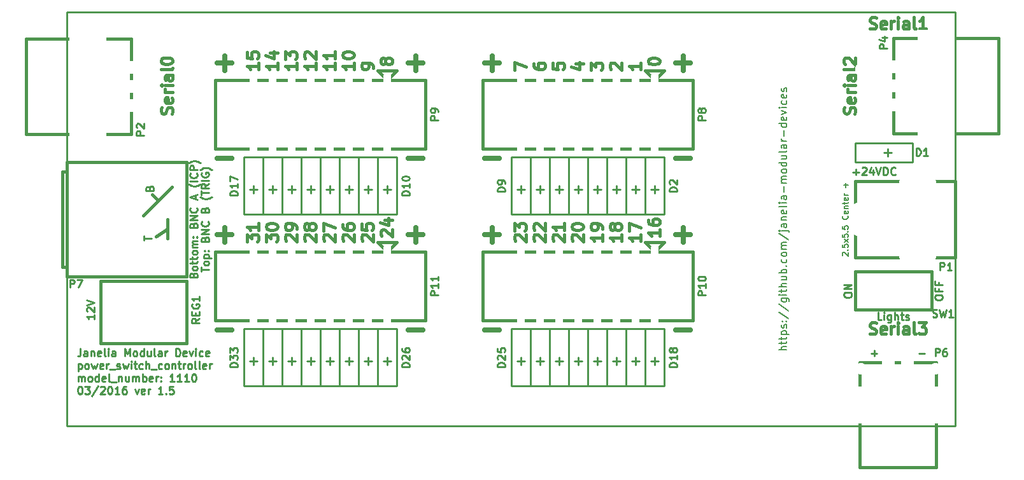
<source format=gto>
G04 #@! TF.FileFunction,Legend,Top*
%FSLAX46Y46*%
G04 Gerber Fmt 4.6, Leading zero omitted, Abs format (unit mm)*
G04 Created by KiCad (PCBNEW 0.201602281447+6595~42~ubuntu14.04.1-product) date Thu 03 Mar 2016 10:52:18 AM EST*
%MOMM*%
G01*
G04 APERTURE LIST*
%ADD10C,0.100000*%
%ADD11C,0.254000*%
%ADD12C,0.381000*%
%ADD13C,0.190500*%
%ADD14C,0.635000*%
%ADD15C,0.228600*%
%ADD16O,1.524000X2.032000*%
%ADD17O,2.032000X1.524000*%
%ADD18O,1.524000X2.540000*%
%ADD19C,1.930400*%
%ADD20O,4.572000X3.556000*%
%ADD21O,4.064000X5.080000*%
%ADD22O,5.080000X3.556000*%
%ADD23O,5.080000X3.048000*%
%ADD24R,1.016000X4.495800*%
%ADD25C,3.759200*%
%ADD26O,2.540000X1.524000*%
%ADD27O,1.651000X2.159000*%
%ADD28R,4.191000X1.778000*%
%ADD29C,1.600200*%
%ADD30R,5.029200X2.997200*%
%ADD31R,1.778000X4.191000*%
%ADD32R,2.997200X5.029200*%
G04 APERTURE END LIST*
D10*
D11*
X206622953Y-120722571D02*
X207397048Y-120722571D01*
X200272953Y-120722571D02*
X201047048Y-120722571D01*
X200660000Y-121109619D02*
X200660000Y-120335524D01*
X201651810Y-116283619D02*
X201168001Y-116283619D01*
X201168001Y-115267619D01*
X201990477Y-116283619D02*
X201990477Y-115606286D01*
X201990477Y-115267619D02*
X201942096Y-115316000D01*
X201990477Y-115364381D01*
X202038858Y-115316000D01*
X201990477Y-115267619D01*
X201990477Y-115364381D01*
X202909715Y-115606286D02*
X202909715Y-116428762D01*
X202861334Y-116525524D01*
X202812953Y-116573905D01*
X202716192Y-116622286D01*
X202571049Y-116622286D01*
X202474287Y-116573905D01*
X202909715Y-116235238D02*
X202812953Y-116283619D01*
X202619430Y-116283619D01*
X202522668Y-116235238D01*
X202474287Y-116186857D01*
X202425906Y-116090095D01*
X202425906Y-115799810D01*
X202474287Y-115703048D01*
X202522668Y-115654667D01*
X202619430Y-115606286D01*
X202812953Y-115606286D01*
X202909715Y-115654667D01*
X203393525Y-116283619D02*
X203393525Y-115267619D01*
X203828953Y-116283619D02*
X203828953Y-115751429D01*
X203780572Y-115654667D01*
X203683810Y-115606286D01*
X203538668Y-115606286D01*
X203441906Y-115654667D01*
X203393525Y-115703048D01*
X204167620Y-115606286D02*
X204554668Y-115606286D01*
X204312763Y-115267619D02*
X204312763Y-116138476D01*
X204361144Y-116235238D01*
X204457906Y-116283619D01*
X204554668Y-116283619D01*
X204844953Y-116235238D02*
X204941715Y-116283619D01*
X205135239Y-116283619D01*
X205232000Y-116235238D01*
X205280381Y-116138476D01*
X205280381Y-116090095D01*
X205232000Y-115993333D01*
X205135239Y-115944952D01*
X204990096Y-115944952D01*
X204893334Y-115896571D01*
X204844953Y-115799810D01*
X204844953Y-115751429D01*
X204893334Y-115654667D01*
X204990096Y-115606286D01*
X205135239Y-115606286D01*
X205232000Y-115654667D01*
D12*
X200097571Y-118091857D02*
X200315285Y-118164429D01*
X200678142Y-118164429D01*
X200823285Y-118091857D01*
X200895856Y-118019286D01*
X200968428Y-117874143D01*
X200968428Y-117729000D01*
X200895856Y-117583857D01*
X200823285Y-117511286D01*
X200678142Y-117438714D01*
X200387856Y-117366143D01*
X200242714Y-117293571D01*
X200170142Y-117221000D01*
X200097571Y-117075857D01*
X200097571Y-116930714D01*
X200170142Y-116785571D01*
X200242714Y-116713000D01*
X200387856Y-116640429D01*
X200750714Y-116640429D01*
X200968428Y-116713000D01*
X202202143Y-118091857D02*
X202057000Y-118164429D01*
X201766714Y-118164429D01*
X201621571Y-118091857D01*
X201549000Y-117946714D01*
X201549000Y-117366143D01*
X201621571Y-117221000D01*
X201766714Y-117148429D01*
X202057000Y-117148429D01*
X202202143Y-117221000D01*
X202274714Y-117366143D01*
X202274714Y-117511286D01*
X201549000Y-117656429D01*
X202927857Y-118164429D02*
X202927857Y-117148429D01*
X202927857Y-117438714D02*
X203000429Y-117293571D01*
X203073000Y-117221000D01*
X203218143Y-117148429D01*
X203363286Y-117148429D01*
X203871286Y-118164429D02*
X203871286Y-117148429D01*
X203871286Y-116640429D02*
X203798715Y-116713000D01*
X203871286Y-116785571D01*
X203943858Y-116713000D01*
X203871286Y-116640429D01*
X203871286Y-116785571D01*
X205250143Y-118164429D02*
X205250143Y-117366143D01*
X205177572Y-117221000D01*
X205032429Y-117148429D01*
X204742143Y-117148429D01*
X204597000Y-117221000D01*
X205250143Y-118091857D02*
X205105000Y-118164429D01*
X204742143Y-118164429D01*
X204597000Y-118091857D01*
X204524429Y-117946714D01*
X204524429Y-117801571D01*
X204597000Y-117656429D01*
X204742143Y-117583857D01*
X205105000Y-117583857D01*
X205250143Y-117511286D01*
X206193571Y-118164429D02*
X206048429Y-118091857D01*
X205975857Y-117946714D01*
X205975857Y-116640429D01*
X206629000Y-116640429D02*
X207572429Y-116640429D01*
X207064429Y-117221000D01*
X207282143Y-117221000D01*
X207427286Y-117293571D01*
X207499857Y-117366143D01*
X207572429Y-117511286D01*
X207572429Y-117874143D01*
X207499857Y-118019286D01*
X207427286Y-118091857D01*
X207282143Y-118164429D01*
X206846715Y-118164429D01*
X206701572Y-118091857D01*
X206629000Y-118019286D01*
X198101857Y-88827429D02*
X198174429Y-88609715D01*
X198174429Y-88246858D01*
X198101857Y-88101715D01*
X198029286Y-88029144D01*
X197884143Y-87956572D01*
X197739000Y-87956572D01*
X197593857Y-88029144D01*
X197521286Y-88101715D01*
X197448714Y-88246858D01*
X197376143Y-88537144D01*
X197303571Y-88682286D01*
X197231000Y-88754858D01*
X197085857Y-88827429D01*
X196940714Y-88827429D01*
X196795571Y-88754858D01*
X196723000Y-88682286D01*
X196650429Y-88537144D01*
X196650429Y-88174286D01*
X196723000Y-87956572D01*
X198101857Y-86722857D02*
X198174429Y-86868000D01*
X198174429Y-87158286D01*
X198101857Y-87303429D01*
X197956714Y-87376000D01*
X197376143Y-87376000D01*
X197231000Y-87303429D01*
X197158429Y-87158286D01*
X197158429Y-86868000D01*
X197231000Y-86722857D01*
X197376143Y-86650286D01*
X197521286Y-86650286D01*
X197666429Y-87376000D01*
X198174429Y-85997143D02*
X197158429Y-85997143D01*
X197448714Y-85997143D02*
X197303571Y-85924571D01*
X197231000Y-85852000D01*
X197158429Y-85706857D01*
X197158429Y-85561714D01*
X198174429Y-85053714D02*
X197158429Y-85053714D01*
X196650429Y-85053714D02*
X196723000Y-85126285D01*
X196795571Y-85053714D01*
X196723000Y-84981142D01*
X196650429Y-85053714D01*
X196795571Y-85053714D01*
X198174429Y-83674857D02*
X197376143Y-83674857D01*
X197231000Y-83747428D01*
X197158429Y-83892571D01*
X197158429Y-84182857D01*
X197231000Y-84328000D01*
X198101857Y-83674857D02*
X198174429Y-83820000D01*
X198174429Y-84182857D01*
X198101857Y-84328000D01*
X197956714Y-84400571D01*
X197811571Y-84400571D01*
X197666429Y-84328000D01*
X197593857Y-84182857D01*
X197593857Y-83820000D01*
X197521286Y-83674857D01*
X198174429Y-82731429D02*
X198101857Y-82876571D01*
X197956714Y-82949143D01*
X196650429Y-82949143D01*
X196795571Y-82223428D02*
X196723000Y-82150857D01*
X196650429Y-82005714D01*
X196650429Y-81642857D01*
X196723000Y-81497714D01*
X196795571Y-81425143D01*
X196940714Y-81352571D01*
X197085857Y-81352571D01*
X197303571Y-81425143D01*
X198174429Y-82296000D01*
X198174429Y-81352571D01*
X200097571Y-77451857D02*
X200315285Y-77524429D01*
X200678142Y-77524429D01*
X200823285Y-77451857D01*
X200895856Y-77379286D01*
X200968428Y-77234143D01*
X200968428Y-77089000D01*
X200895856Y-76943857D01*
X200823285Y-76871286D01*
X200678142Y-76798714D01*
X200387856Y-76726143D01*
X200242714Y-76653571D01*
X200170142Y-76581000D01*
X200097571Y-76435857D01*
X200097571Y-76290714D01*
X200170142Y-76145571D01*
X200242714Y-76073000D01*
X200387856Y-76000429D01*
X200750714Y-76000429D01*
X200968428Y-76073000D01*
X202202143Y-77451857D02*
X202057000Y-77524429D01*
X201766714Y-77524429D01*
X201621571Y-77451857D01*
X201549000Y-77306714D01*
X201549000Y-76726143D01*
X201621571Y-76581000D01*
X201766714Y-76508429D01*
X202057000Y-76508429D01*
X202202143Y-76581000D01*
X202274714Y-76726143D01*
X202274714Y-76871286D01*
X201549000Y-77016429D01*
X202927857Y-77524429D02*
X202927857Y-76508429D01*
X202927857Y-76798714D02*
X203000429Y-76653571D01*
X203073000Y-76581000D01*
X203218143Y-76508429D01*
X203363286Y-76508429D01*
X203871286Y-77524429D02*
X203871286Y-76508429D01*
X203871286Y-76000429D02*
X203798715Y-76073000D01*
X203871286Y-76145571D01*
X203943858Y-76073000D01*
X203871286Y-76000429D01*
X203871286Y-76145571D01*
X205250143Y-77524429D02*
X205250143Y-76726143D01*
X205177572Y-76581000D01*
X205032429Y-76508429D01*
X204742143Y-76508429D01*
X204597000Y-76581000D01*
X205250143Y-77451857D02*
X205105000Y-77524429D01*
X204742143Y-77524429D01*
X204597000Y-77451857D01*
X204524429Y-77306714D01*
X204524429Y-77161571D01*
X204597000Y-77016429D01*
X204742143Y-76943857D01*
X205105000Y-76943857D01*
X205250143Y-76871286D01*
X206193571Y-77524429D02*
X206048429Y-77451857D01*
X205975857Y-77306714D01*
X205975857Y-76000429D01*
X207572429Y-77524429D02*
X206701572Y-77524429D01*
X207137000Y-77524429D02*
X207137000Y-76000429D01*
X206991857Y-76218143D01*
X206846715Y-76363286D01*
X206701572Y-76435857D01*
X107296857Y-88827429D02*
X107369429Y-88609715D01*
X107369429Y-88246858D01*
X107296857Y-88101715D01*
X107224286Y-88029144D01*
X107079143Y-87956572D01*
X106934000Y-87956572D01*
X106788857Y-88029144D01*
X106716286Y-88101715D01*
X106643714Y-88246858D01*
X106571143Y-88537144D01*
X106498571Y-88682286D01*
X106426000Y-88754858D01*
X106280857Y-88827429D01*
X106135714Y-88827429D01*
X105990571Y-88754858D01*
X105918000Y-88682286D01*
X105845429Y-88537144D01*
X105845429Y-88174286D01*
X105918000Y-87956572D01*
X107296857Y-86722857D02*
X107369429Y-86868000D01*
X107369429Y-87158286D01*
X107296857Y-87303429D01*
X107151714Y-87376000D01*
X106571143Y-87376000D01*
X106426000Y-87303429D01*
X106353429Y-87158286D01*
X106353429Y-86868000D01*
X106426000Y-86722857D01*
X106571143Y-86650286D01*
X106716286Y-86650286D01*
X106861429Y-87376000D01*
X107369429Y-85997143D02*
X106353429Y-85997143D01*
X106643714Y-85997143D02*
X106498571Y-85924571D01*
X106426000Y-85852000D01*
X106353429Y-85706857D01*
X106353429Y-85561714D01*
X107369429Y-85053714D02*
X106353429Y-85053714D01*
X105845429Y-85053714D02*
X105918000Y-85126285D01*
X105990571Y-85053714D01*
X105918000Y-84981142D01*
X105845429Y-85053714D01*
X105990571Y-85053714D01*
X107369429Y-83674857D02*
X106571143Y-83674857D01*
X106426000Y-83747428D01*
X106353429Y-83892571D01*
X106353429Y-84182857D01*
X106426000Y-84328000D01*
X107296857Y-83674857D02*
X107369429Y-83820000D01*
X107369429Y-84182857D01*
X107296857Y-84328000D01*
X107151714Y-84400571D01*
X107006571Y-84400571D01*
X106861429Y-84328000D01*
X106788857Y-84182857D01*
X106788857Y-83820000D01*
X106716286Y-83674857D01*
X107369429Y-82731429D02*
X107296857Y-82876571D01*
X107151714Y-82949143D01*
X105845429Y-82949143D01*
X105845429Y-81860571D02*
X105845429Y-81715428D01*
X105918000Y-81570285D01*
X105990571Y-81497714D01*
X106135714Y-81425143D01*
X106426000Y-81352571D01*
X106788857Y-81352571D01*
X107079143Y-81425143D01*
X107224286Y-81497714D01*
X107296857Y-81570285D01*
X107369429Y-81715428D01*
X107369429Y-81860571D01*
X107296857Y-82005714D01*
X107224286Y-82078285D01*
X107079143Y-82150857D01*
X106788857Y-82223428D01*
X106426000Y-82223428D01*
X106135714Y-82150857D01*
X105990571Y-82078285D01*
X105918000Y-82005714D01*
X105845429Y-81860571D01*
D13*
X196505286Y-107732285D02*
X196469000Y-107695999D01*
X196432714Y-107623428D01*
X196432714Y-107441999D01*
X196469000Y-107369428D01*
X196505286Y-107333142D01*
X196577857Y-107296857D01*
X196650429Y-107296857D01*
X196759286Y-107333142D01*
X197194714Y-107768571D01*
X197194714Y-107296857D01*
X197122143Y-106970285D02*
X197158429Y-106934000D01*
X197194714Y-106970285D01*
X197158429Y-107006571D01*
X197122143Y-106970285D01*
X197194714Y-106970285D01*
X196432714Y-106244571D02*
X196432714Y-106607428D01*
X196795571Y-106643714D01*
X196759286Y-106607428D01*
X196723000Y-106534857D01*
X196723000Y-106353428D01*
X196759286Y-106280857D01*
X196795571Y-106244571D01*
X196868143Y-106208286D01*
X197049571Y-106208286D01*
X197122143Y-106244571D01*
X197158429Y-106280857D01*
X197194714Y-106353428D01*
X197194714Y-106534857D01*
X197158429Y-106607428D01*
X197122143Y-106643714D01*
X197194714Y-105954286D02*
X196686714Y-105555143D01*
X196686714Y-105954286D02*
X197194714Y-105555143D01*
X196432714Y-104902000D02*
X196432714Y-105264857D01*
X196795571Y-105301143D01*
X196759286Y-105264857D01*
X196723000Y-105192286D01*
X196723000Y-105010857D01*
X196759286Y-104938286D01*
X196795571Y-104902000D01*
X196868143Y-104865715D01*
X197049571Y-104865715D01*
X197122143Y-104902000D01*
X197158429Y-104938286D01*
X197194714Y-105010857D01*
X197194714Y-105192286D01*
X197158429Y-105264857D01*
X197122143Y-105301143D01*
X197122143Y-104539143D02*
X197158429Y-104502858D01*
X197194714Y-104539143D01*
X197158429Y-104575429D01*
X197122143Y-104539143D01*
X197194714Y-104539143D01*
X196432714Y-103813429D02*
X196432714Y-104176286D01*
X196795571Y-104212572D01*
X196759286Y-104176286D01*
X196723000Y-104103715D01*
X196723000Y-103922286D01*
X196759286Y-103849715D01*
X196795571Y-103813429D01*
X196868143Y-103777144D01*
X197049571Y-103777144D01*
X197122143Y-103813429D01*
X197158429Y-103849715D01*
X197194714Y-103922286D01*
X197194714Y-104103715D01*
X197158429Y-104176286D01*
X197122143Y-104212572D01*
X197122143Y-102434573D02*
X197158429Y-102470859D01*
X197194714Y-102579716D01*
X197194714Y-102652287D01*
X197158429Y-102761144D01*
X197085857Y-102833716D01*
X197013286Y-102870001D01*
X196868143Y-102906287D01*
X196759286Y-102906287D01*
X196614143Y-102870001D01*
X196541571Y-102833716D01*
X196469000Y-102761144D01*
X196432714Y-102652287D01*
X196432714Y-102579716D01*
X196469000Y-102470859D01*
X196505286Y-102434573D01*
X197158429Y-101817716D02*
X197194714Y-101890287D01*
X197194714Y-102035430D01*
X197158429Y-102108001D01*
X197085857Y-102144287D01*
X196795571Y-102144287D01*
X196723000Y-102108001D01*
X196686714Y-102035430D01*
X196686714Y-101890287D01*
X196723000Y-101817716D01*
X196795571Y-101781430D01*
X196868143Y-101781430D01*
X196940714Y-102144287D01*
X196686714Y-101454858D02*
X197194714Y-101454858D01*
X196759286Y-101454858D02*
X196723000Y-101418573D01*
X196686714Y-101346001D01*
X196686714Y-101237144D01*
X196723000Y-101164573D01*
X196795571Y-101128287D01*
X197194714Y-101128287D01*
X196686714Y-100874287D02*
X196686714Y-100584001D01*
X196432714Y-100765429D02*
X197085857Y-100765429D01*
X197158429Y-100729144D01*
X197194714Y-100656572D01*
X197194714Y-100584001D01*
X197158429Y-100039715D02*
X197194714Y-100112286D01*
X197194714Y-100257429D01*
X197158429Y-100330000D01*
X197085857Y-100366286D01*
X196795571Y-100366286D01*
X196723000Y-100330000D01*
X196686714Y-100257429D01*
X196686714Y-100112286D01*
X196723000Y-100039715D01*
X196795571Y-100003429D01*
X196868143Y-100003429D01*
X196940714Y-100366286D01*
X197194714Y-99676857D02*
X196686714Y-99676857D01*
X196831857Y-99676857D02*
X196759286Y-99640572D01*
X196723000Y-99604286D01*
X196686714Y-99531715D01*
X196686714Y-99459143D01*
X196904429Y-98624572D02*
X196904429Y-98044001D01*
X197194714Y-98334287D02*
X196614143Y-98334287D01*
D14*
X113332381Y-94796429D02*
X115267619Y-94796429D01*
X138732381Y-94796429D02*
X140667619Y-94796429D01*
X113332381Y-82096429D02*
X115267619Y-82096429D01*
X114300000Y-83064048D02*
X114300000Y-81128810D01*
X138732381Y-82096429D02*
X140667619Y-82096429D01*
X139700000Y-83064048D02*
X139700000Y-81128810D01*
X174292381Y-94796429D02*
X176227619Y-94796429D01*
X148892381Y-94796429D02*
X150827619Y-94796429D01*
X148892381Y-82096429D02*
X150827619Y-82096429D01*
X149860000Y-83064048D02*
X149860000Y-81128810D01*
X174292381Y-82096429D02*
X176227619Y-82096429D01*
X175260000Y-83064048D02*
X175260000Y-81128810D01*
X113332381Y-117656429D02*
X115267619Y-117656429D01*
X174292381Y-117656429D02*
X176227619Y-117656429D01*
X148892381Y-117656429D02*
X150827619Y-117656429D01*
X148892381Y-104956429D02*
X150827619Y-104956429D01*
X149860000Y-105924048D02*
X149860000Y-103988810D01*
X174292381Y-104956429D02*
X176227619Y-104956429D01*
X175260000Y-105924048D02*
X175260000Y-103988810D01*
X113332381Y-104956429D02*
X115267619Y-104956429D01*
X114300000Y-105924048D02*
X114300000Y-103988810D01*
D12*
X169599429Y-82023857D02*
X169599429Y-82894714D01*
X169599429Y-82459286D02*
X168075429Y-82459286D01*
X168293143Y-82604429D01*
X168438286Y-82749571D01*
X168510857Y-82894714D01*
X165680571Y-82894714D02*
X165608000Y-82822143D01*
X165535429Y-82677000D01*
X165535429Y-82314143D01*
X165608000Y-82169000D01*
X165680571Y-82096429D01*
X165825714Y-82023857D01*
X165970857Y-82023857D01*
X166188571Y-82096429D01*
X167059429Y-82967286D01*
X167059429Y-82023857D01*
X162995429Y-82967286D02*
X162995429Y-82023857D01*
X163576000Y-82531857D01*
X163576000Y-82314143D01*
X163648571Y-82169000D01*
X163721143Y-82096429D01*
X163866286Y-82023857D01*
X164229143Y-82023857D01*
X164374286Y-82096429D01*
X164446857Y-82169000D01*
X164519429Y-82314143D01*
X164519429Y-82749571D01*
X164446857Y-82894714D01*
X164374286Y-82967286D01*
X160963429Y-82169000D02*
X161979429Y-82169000D01*
X160382857Y-82531857D02*
X161471429Y-82894714D01*
X161471429Y-81951286D01*
X157915429Y-82096429D02*
X157915429Y-82822143D01*
X158641143Y-82894714D01*
X158568571Y-82822143D01*
X158496000Y-82677000D01*
X158496000Y-82314143D01*
X158568571Y-82169000D01*
X158641143Y-82096429D01*
X158786286Y-82023857D01*
X159149143Y-82023857D01*
X159294286Y-82096429D01*
X159366857Y-82169000D01*
X159439429Y-82314143D01*
X159439429Y-82677000D01*
X159366857Y-82822143D01*
X159294286Y-82894714D01*
X155375429Y-82169000D02*
X155375429Y-82459286D01*
X155448000Y-82604429D01*
X155520571Y-82677000D01*
X155738286Y-82822143D01*
X156028571Y-82894714D01*
X156609143Y-82894714D01*
X156754286Y-82822143D01*
X156826857Y-82749571D01*
X156899429Y-82604429D01*
X156899429Y-82314143D01*
X156826857Y-82169000D01*
X156754286Y-82096429D01*
X156609143Y-82023857D01*
X156246286Y-82023857D01*
X156101143Y-82096429D01*
X156028571Y-82169000D01*
X155956000Y-82314143D01*
X155956000Y-82604429D01*
X156028571Y-82749571D01*
X156101143Y-82822143D01*
X156246286Y-82894714D01*
X152835429Y-82967286D02*
X152835429Y-81951286D01*
X154359429Y-82604429D01*
X135708571Y-81969429D02*
X135636000Y-82114571D01*
X135563429Y-82187143D01*
X135418286Y-82259714D01*
X135345714Y-82259714D01*
X135200571Y-82187143D01*
X135128000Y-82114571D01*
X135055429Y-81969429D01*
X135055429Y-81679143D01*
X135128000Y-81534000D01*
X135200571Y-81461429D01*
X135345714Y-81388857D01*
X135418286Y-81388857D01*
X135563429Y-81461429D01*
X135636000Y-81534000D01*
X135708571Y-81679143D01*
X135708571Y-81969429D01*
X135781143Y-82114571D01*
X135853714Y-82187143D01*
X135998857Y-82259714D01*
X136289143Y-82259714D01*
X136434286Y-82187143D01*
X136506857Y-82114571D01*
X136579429Y-81969429D01*
X136579429Y-81679143D01*
X136506857Y-81534000D01*
X136434286Y-81461429D01*
X136289143Y-81388857D01*
X135998857Y-81388857D01*
X135853714Y-81461429D01*
X135781143Y-81534000D01*
X135708571Y-81679143D01*
X134039429Y-82749571D02*
X134039429Y-82459286D01*
X133966857Y-82314143D01*
X133894286Y-82241571D01*
X133676571Y-82096429D01*
X133386286Y-82023857D01*
X132805714Y-82023857D01*
X132660571Y-82096429D01*
X132588000Y-82169000D01*
X132515429Y-82314143D01*
X132515429Y-82604429D01*
X132588000Y-82749571D01*
X132660571Y-82822143D01*
X132805714Y-82894714D01*
X133168571Y-82894714D01*
X133313714Y-82822143D01*
X133386286Y-82749571D01*
X133458857Y-82604429D01*
X133458857Y-82314143D01*
X133386286Y-82169000D01*
X133313714Y-82096429D01*
X133168571Y-82023857D01*
X131499429Y-82023857D02*
X131499429Y-82894714D01*
X131499429Y-82459286D02*
X129975429Y-82459286D01*
X130193143Y-82604429D01*
X130338286Y-82749571D01*
X130410857Y-82894714D01*
X129975429Y-81080428D02*
X129975429Y-80935285D01*
X130048000Y-80790142D01*
X130120571Y-80717571D01*
X130265714Y-80645000D01*
X130556000Y-80572428D01*
X130918857Y-80572428D01*
X131209143Y-80645000D01*
X131354286Y-80717571D01*
X131426857Y-80790142D01*
X131499429Y-80935285D01*
X131499429Y-81080428D01*
X131426857Y-81225571D01*
X131354286Y-81298142D01*
X131209143Y-81370714D01*
X130918857Y-81443285D01*
X130556000Y-81443285D01*
X130265714Y-81370714D01*
X130120571Y-81298142D01*
X130048000Y-81225571D01*
X129975429Y-81080428D01*
X128959429Y-82023857D02*
X128959429Y-82894714D01*
X128959429Y-82459286D02*
X127435429Y-82459286D01*
X127653143Y-82604429D01*
X127798286Y-82749571D01*
X127870857Y-82894714D01*
X128959429Y-80572428D02*
X128959429Y-81443285D01*
X128959429Y-81007857D02*
X127435429Y-81007857D01*
X127653143Y-81153000D01*
X127798286Y-81298142D01*
X127870857Y-81443285D01*
X126419429Y-82023857D02*
X126419429Y-82894714D01*
X126419429Y-82459286D02*
X124895429Y-82459286D01*
X125113143Y-82604429D01*
X125258286Y-82749571D01*
X125330857Y-82894714D01*
X125040571Y-81443285D02*
X124968000Y-81370714D01*
X124895429Y-81225571D01*
X124895429Y-80862714D01*
X124968000Y-80717571D01*
X125040571Y-80645000D01*
X125185714Y-80572428D01*
X125330857Y-80572428D01*
X125548571Y-80645000D01*
X126419429Y-81515857D01*
X126419429Y-80572428D01*
X123879429Y-82023857D02*
X123879429Y-82894714D01*
X123879429Y-82459286D02*
X122355429Y-82459286D01*
X122573143Y-82604429D01*
X122718286Y-82749571D01*
X122790857Y-82894714D01*
X122355429Y-81515857D02*
X122355429Y-80572428D01*
X122936000Y-81080428D01*
X122936000Y-80862714D01*
X123008571Y-80717571D01*
X123081143Y-80645000D01*
X123226286Y-80572428D01*
X123589143Y-80572428D01*
X123734286Y-80645000D01*
X123806857Y-80717571D01*
X123879429Y-80862714D01*
X123879429Y-81298142D01*
X123806857Y-81443285D01*
X123734286Y-81515857D01*
X121339429Y-82023857D02*
X121339429Y-82894714D01*
X121339429Y-82459286D02*
X119815429Y-82459286D01*
X120033143Y-82604429D01*
X120178286Y-82749571D01*
X120250857Y-82894714D01*
X120323429Y-80717571D02*
X121339429Y-80717571D01*
X119742857Y-81080428D02*
X120831429Y-81443285D01*
X120831429Y-80499857D01*
X118799429Y-82023857D02*
X118799429Y-82894714D01*
X118799429Y-82459286D02*
X117275429Y-82459286D01*
X117493143Y-82604429D01*
X117638286Y-82749571D01*
X117710857Y-82894714D01*
X117275429Y-80645000D02*
X117275429Y-81370714D01*
X118001143Y-81443285D01*
X117928571Y-81370714D01*
X117856000Y-81225571D01*
X117856000Y-80862714D01*
X117928571Y-80717571D01*
X118001143Y-80645000D01*
X118146286Y-80572428D01*
X118509143Y-80572428D01*
X118654286Y-80645000D01*
X118726857Y-80717571D01*
X118799429Y-80862714D01*
X118799429Y-81225571D01*
X118726857Y-81370714D01*
X118654286Y-81443285D01*
X170615429Y-81896857D02*
X170615429Y-81751714D01*
X170688000Y-81606571D01*
X170760571Y-81534000D01*
X170905714Y-81461429D01*
X171196000Y-81388857D01*
X171558857Y-81388857D01*
X171849143Y-81461429D01*
X171994286Y-81534000D01*
X172066857Y-81606571D01*
X172139429Y-81751714D01*
X172139429Y-81896857D01*
X172066857Y-82042000D01*
X171994286Y-82114571D01*
X171849143Y-82187143D01*
X171558857Y-82259714D01*
X171196000Y-82259714D01*
X170905714Y-82187143D01*
X170760571Y-82114571D01*
X170688000Y-82042000D01*
X170615429Y-81896857D01*
X167059429Y-104883857D02*
X167059429Y-105754714D01*
X167059429Y-105319286D02*
X165535429Y-105319286D01*
X165753143Y-105464429D01*
X165898286Y-105609571D01*
X165970857Y-105754714D01*
X166188571Y-104013000D02*
X166116000Y-104158142D01*
X166043429Y-104230714D01*
X165898286Y-104303285D01*
X165825714Y-104303285D01*
X165680571Y-104230714D01*
X165608000Y-104158142D01*
X165535429Y-104013000D01*
X165535429Y-103722714D01*
X165608000Y-103577571D01*
X165680571Y-103505000D01*
X165825714Y-103432428D01*
X165898286Y-103432428D01*
X166043429Y-103505000D01*
X166116000Y-103577571D01*
X166188571Y-103722714D01*
X166188571Y-104013000D01*
X166261143Y-104158142D01*
X166333714Y-104230714D01*
X166478857Y-104303285D01*
X166769143Y-104303285D01*
X166914286Y-104230714D01*
X166986857Y-104158142D01*
X167059429Y-104013000D01*
X167059429Y-103722714D01*
X166986857Y-103577571D01*
X166914286Y-103505000D01*
X166769143Y-103432428D01*
X166478857Y-103432428D01*
X166333714Y-103505000D01*
X166261143Y-103577571D01*
X166188571Y-103722714D01*
X164519429Y-104883857D02*
X164519429Y-105754714D01*
X164519429Y-105319286D02*
X162995429Y-105319286D01*
X163213143Y-105464429D01*
X163358286Y-105609571D01*
X163430857Y-105754714D01*
X164519429Y-104158142D02*
X164519429Y-103867857D01*
X164446857Y-103722714D01*
X164374286Y-103650142D01*
X164156571Y-103505000D01*
X163866286Y-103432428D01*
X163285714Y-103432428D01*
X163140571Y-103505000D01*
X163068000Y-103577571D01*
X162995429Y-103722714D01*
X162995429Y-104013000D01*
X163068000Y-104158142D01*
X163140571Y-104230714D01*
X163285714Y-104303285D01*
X163648571Y-104303285D01*
X163793714Y-104230714D01*
X163866286Y-104158142D01*
X163938857Y-104013000D01*
X163938857Y-103722714D01*
X163866286Y-103577571D01*
X163793714Y-103505000D01*
X163648571Y-103432428D01*
X160600571Y-105754714D02*
X160528000Y-105682143D01*
X160455429Y-105537000D01*
X160455429Y-105174143D01*
X160528000Y-105029000D01*
X160600571Y-104956429D01*
X160745714Y-104883857D01*
X160890857Y-104883857D01*
X161108571Y-104956429D01*
X161979429Y-105827286D01*
X161979429Y-104883857D01*
X160455429Y-103940428D02*
X160455429Y-103795285D01*
X160528000Y-103650142D01*
X160600571Y-103577571D01*
X160745714Y-103505000D01*
X161036000Y-103432428D01*
X161398857Y-103432428D01*
X161689143Y-103505000D01*
X161834286Y-103577571D01*
X161906857Y-103650142D01*
X161979429Y-103795285D01*
X161979429Y-103940428D01*
X161906857Y-104085571D01*
X161834286Y-104158142D01*
X161689143Y-104230714D01*
X161398857Y-104303285D01*
X161036000Y-104303285D01*
X160745714Y-104230714D01*
X160600571Y-104158142D01*
X160528000Y-104085571D01*
X160455429Y-103940428D01*
X158060571Y-105754714D02*
X157988000Y-105682143D01*
X157915429Y-105537000D01*
X157915429Y-105174143D01*
X157988000Y-105029000D01*
X158060571Y-104956429D01*
X158205714Y-104883857D01*
X158350857Y-104883857D01*
X158568571Y-104956429D01*
X159439429Y-105827286D01*
X159439429Y-104883857D01*
X159439429Y-103432428D02*
X159439429Y-104303285D01*
X159439429Y-103867857D02*
X157915429Y-103867857D01*
X158133143Y-104013000D01*
X158278286Y-104158142D01*
X158350857Y-104303285D01*
X155520571Y-105754714D02*
X155448000Y-105682143D01*
X155375429Y-105537000D01*
X155375429Y-105174143D01*
X155448000Y-105029000D01*
X155520571Y-104956429D01*
X155665714Y-104883857D01*
X155810857Y-104883857D01*
X156028571Y-104956429D01*
X156899429Y-105827286D01*
X156899429Y-104883857D01*
X155520571Y-104303285D02*
X155448000Y-104230714D01*
X155375429Y-104085571D01*
X155375429Y-103722714D01*
X155448000Y-103577571D01*
X155520571Y-103505000D01*
X155665714Y-103432428D01*
X155810857Y-103432428D01*
X156028571Y-103505000D01*
X156899429Y-104375857D01*
X156899429Y-103432428D01*
X152980571Y-105754714D02*
X152908000Y-105682143D01*
X152835429Y-105537000D01*
X152835429Y-105174143D01*
X152908000Y-105029000D01*
X152980571Y-104956429D01*
X153125714Y-104883857D01*
X153270857Y-104883857D01*
X153488571Y-104956429D01*
X154359429Y-105827286D01*
X154359429Y-104883857D01*
X152835429Y-104375857D02*
X152835429Y-103432428D01*
X153416000Y-103940428D01*
X153416000Y-103722714D01*
X153488571Y-103577571D01*
X153561143Y-103505000D01*
X153706286Y-103432428D01*
X154069143Y-103432428D01*
X154214286Y-103505000D01*
X154286857Y-103577571D01*
X154359429Y-103722714D01*
X154359429Y-104158142D01*
X154286857Y-104303285D01*
X154214286Y-104375857D01*
X135200571Y-105119714D02*
X135128000Y-105047143D01*
X135055429Y-104902000D01*
X135055429Y-104539143D01*
X135128000Y-104394000D01*
X135200571Y-104321429D01*
X135345714Y-104248857D01*
X135490857Y-104248857D01*
X135708571Y-104321429D01*
X136579429Y-105192286D01*
X136579429Y-104248857D01*
X135563429Y-102942571D02*
X136579429Y-102942571D01*
X134982857Y-103305428D02*
X136071429Y-103668285D01*
X136071429Y-102724857D01*
X132660571Y-105754714D02*
X132588000Y-105682143D01*
X132515429Y-105537000D01*
X132515429Y-105174143D01*
X132588000Y-105029000D01*
X132660571Y-104956429D01*
X132805714Y-104883857D01*
X132950857Y-104883857D01*
X133168571Y-104956429D01*
X134039429Y-105827286D01*
X134039429Y-104883857D01*
X132515429Y-103505000D02*
X132515429Y-104230714D01*
X133241143Y-104303285D01*
X133168571Y-104230714D01*
X133096000Y-104085571D01*
X133096000Y-103722714D01*
X133168571Y-103577571D01*
X133241143Y-103505000D01*
X133386286Y-103432428D01*
X133749143Y-103432428D01*
X133894286Y-103505000D01*
X133966857Y-103577571D01*
X134039429Y-103722714D01*
X134039429Y-104085571D01*
X133966857Y-104230714D01*
X133894286Y-104303285D01*
X130120571Y-105754714D02*
X130048000Y-105682143D01*
X129975429Y-105537000D01*
X129975429Y-105174143D01*
X130048000Y-105029000D01*
X130120571Y-104956429D01*
X130265714Y-104883857D01*
X130410857Y-104883857D01*
X130628571Y-104956429D01*
X131499429Y-105827286D01*
X131499429Y-104883857D01*
X129975429Y-103577571D02*
X129975429Y-103867857D01*
X130048000Y-104013000D01*
X130120571Y-104085571D01*
X130338286Y-104230714D01*
X130628571Y-104303285D01*
X131209143Y-104303285D01*
X131354286Y-104230714D01*
X131426857Y-104158142D01*
X131499429Y-104013000D01*
X131499429Y-103722714D01*
X131426857Y-103577571D01*
X131354286Y-103505000D01*
X131209143Y-103432428D01*
X130846286Y-103432428D01*
X130701143Y-103505000D01*
X130628571Y-103577571D01*
X130556000Y-103722714D01*
X130556000Y-104013000D01*
X130628571Y-104158142D01*
X130701143Y-104230714D01*
X130846286Y-104303285D01*
X127580571Y-105754714D02*
X127508000Y-105682143D01*
X127435429Y-105537000D01*
X127435429Y-105174143D01*
X127508000Y-105029000D01*
X127580571Y-104956429D01*
X127725714Y-104883857D01*
X127870857Y-104883857D01*
X128088571Y-104956429D01*
X128959429Y-105827286D01*
X128959429Y-104883857D01*
X127435429Y-104375857D02*
X127435429Y-103359857D01*
X128959429Y-104013000D01*
X125040571Y-105754714D02*
X124968000Y-105682143D01*
X124895429Y-105537000D01*
X124895429Y-105174143D01*
X124968000Y-105029000D01*
X125040571Y-104956429D01*
X125185714Y-104883857D01*
X125330857Y-104883857D01*
X125548571Y-104956429D01*
X126419429Y-105827286D01*
X126419429Y-104883857D01*
X125548571Y-104013000D02*
X125476000Y-104158142D01*
X125403429Y-104230714D01*
X125258286Y-104303285D01*
X125185714Y-104303285D01*
X125040571Y-104230714D01*
X124968000Y-104158142D01*
X124895429Y-104013000D01*
X124895429Y-103722714D01*
X124968000Y-103577571D01*
X125040571Y-103505000D01*
X125185714Y-103432428D01*
X125258286Y-103432428D01*
X125403429Y-103505000D01*
X125476000Y-103577571D01*
X125548571Y-103722714D01*
X125548571Y-104013000D01*
X125621143Y-104158142D01*
X125693714Y-104230714D01*
X125838857Y-104303285D01*
X126129143Y-104303285D01*
X126274286Y-104230714D01*
X126346857Y-104158142D01*
X126419429Y-104013000D01*
X126419429Y-103722714D01*
X126346857Y-103577571D01*
X126274286Y-103505000D01*
X126129143Y-103432428D01*
X125838857Y-103432428D01*
X125693714Y-103505000D01*
X125621143Y-103577571D01*
X125548571Y-103722714D01*
X122500571Y-105754714D02*
X122428000Y-105682143D01*
X122355429Y-105537000D01*
X122355429Y-105174143D01*
X122428000Y-105029000D01*
X122500571Y-104956429D01*
X122645714Y-104883857D01*
X122790857Y-104883857D01*
X123008571Y-104956429D01*
X123879429Y-105827286D01*
X123879429Y-104883857D01*
X123879429Y-104158142D02*
X123879429Y-103867857D01*
X123806857Y-103722714D01*
X123734286Y-103650142D01*
X123516571Y-103505000D01*
X123226286Y-103432428D01*
X122645714Y-103432428D01*
X122500571Y-103505000D01*
X122428000Y-103577571D01*
X122355429Y-103722714D01*
X122355429Y-104013000D01*
X122428000Y-104158142D01*
X122500571Y-104230714D01*
X122645714Y-104303285D01*
X123008571Y-104303285D01*
X123153714Y-104230714D01*
X123226286Y-104158142D01*
X123298857Y-104013000D01*
X123298857Y-103722714D01*
X123226286Y-103577571D01*
X123153714Y-103505000D01*
X123008571Y-103432428D01*
X119815429Y-105827286D02*
X119815429Y-104883857D01*
X120396000Y-105391857D01*
X120396000Y-105174143D01*
X120468571Y-105029000D01*
X120541143Y-104956429D01*
X120686286Y-104883857D01*
X121049143Y-104883857D01*
X121194286Y-104956429D01*
X121266857Y-105029000D01*
X121339429Y-105174143D01*
X121339429Y-105609571D01*
X121266857Y-105754714D01*
X121194286Y-105827286D01*
X119815429Y-103940428D02*
X119815429Y-103795285D01*
X119888000Y-103650142D01*
X119960571Y-103577571D01*
X120105714Y-103505000D01*
X120396000Y-103432428D01*
X120758857Y-103432428D01*
X121049143Y-103505000D01*
X121194286Y-103577571D01*
X121266857Y-103650142D01*
X121339429Y-103795285D01*
X121339429Y-103940428D01*
X121266857Y-104085571D01*
X121194286Y-104158142D01*
X121049143Y-104230714D01*
X120758857Y-104303285D01*
X120396000Y-104303285D01*
X120105714Y-104230714D01*
X119960571Y-104158142D01*
X119888000Y-104085571D01*
X119815429Y-103940428D01*
X117275429Y-105827286D02*
X117275429Y-104883857D01*
X117856000Y-105391857D01*
X117856000Y-105174143D01*
X117928571Y-105029000D01*
X118001143Y-104956429D01*
X118146286Y-104883857D01*
X118509143Y-104883857D01*
X118654286Y-104956429D01*
X118726857Y-105029000D01*
X118799429Y-105174143D01*
X118799429Y-105609571D01*
X118726857Y-105754714D01*
X118654286Y-105827286D01*
X118799429Y-103432428D02*
X118799429Y-104303285D01*
X118799429Y-103867857D02*
X117275429Y-103867857D01*
X117493143Y-104013000D01*
X117638286Y-104158142D01*
X117710857Y-104303285D01*
X169599429Y-104883857D02*
X169599429Y-105754714D01*
X169599429Y-105319286D02*
X168075429Y-105319286D01*
X168293143Y-105464429D01*
X168438286Y-105609571D01*
X168510857Y-105754714D01*
X168075429Y-104375857D02*
X168075429Y-103359857D01*
X169599429Y-104013000D01*
X172139429Y-104248857D02*
X172139429Y-105119714D01*
X172139429Y-104684286D02*
X170615429Y-104684286D01*
X170833143Y-104829429D01*
X170978286Y-104974571D01*
X171050857Y-105119714D01*
X170615429Y-102942571D02*
X170615429Y-103232857D01*
X170688000Y-103378000D01*
X170760571Y-103450571D01*
X170978286Y-103595714D01*
X171268571Y-103668285D01*
X171849143Y-103668285D01*
X171994286Y-103595714D01*
X172066857Y-103523142D01*
X172139429Y-103378000D01*
X172139429Y-103087714D01*
X172066857Y-102942571D01*
X171994286Y-102870000D01*
X171849143Y-102797428D01*
X171486286Y-102797428D01*
X171341143Y-102870000D01*
X171268571Y-102942571D01*
X171196000Y-103087714D01*
X171196000Y-103378000D01*
X171268571Y-103523142D01*
X171341143Y-103595714D01*
X171486286Y-103668285D01*
D14*
X138732381Y-117656429D02*
X140667619Y-117656429D01*
X138732381Y-104956429D02*
X140667619Y-104956429D01*
X139700000Y-105924048D02*
X139700000Y-103988810D01*
D15*
X211455000Y-75311000D02*
X93345000Y-75311000D01*
X211455000Y-130429000D02*
X211455000Y-75311000D01*
X93345000Y-130429000D02*
X211455000Y-130429000D01*
X93345000Y-75311000D02*
X93345000Y-130429000D01*
D11*
X96979619Y-115563952D02*
X96979619Y-116144523D01*
X96979619Y-115854237D02*
X95963619Y-115854237D01*
X96108762Y-115950999D01*
X96205524Y-116047761D01*
X96253905Y-116144523D01*
X96060381Y-115176904D02*
X96012000Y-115128523D01*
X95963619Y-115031761D01*
X95963619Y-114789857D01*
X96012000Y-114693095D01*
X96060381Y-114644714D01*
X96157143Y-114596333D01*
X96253905Y-114596333D01*
X96399048Y-114644714D01*
X96979619Y-115225285D01*
X96979619Y-114596333D01*
X95963619Y-114306047D02*
X96979619Y-113967380D01*
X95963619Y-113628714D01*
X197853905Y-96592571D02*
X198628000Y-96592571D01*
X198240952Y-96979619D02*
X198240952Y-96205524D01*
X199063429Y-96060381D02*
X199111810Y-96012000D01*
X199208572Y-95963619D01*
X199450476Y-95963619D01*
X199547238Y-96012000D01*
X199595619Y-96060381D01*
X199644000Y-96157143D01*
X199644000Y-96253905D01*
X199595619Y-96399048D01*
X199015048Y-96979619D01*
X199644000Y-96979619D01*
X200514857Y-96302286D02*
X200514857Y-96979619D01*
X200272953Y-95915238D02*
X200031048Y-96640952D01*
X200660000Y-96640952D01*
X200901905Y-95963619D02*
X201240572Y-96979619D01*
X201579238Y-95963619D01*
X201917905Y-96979619D02*
X201917905Y-95963619D01*
X202159810Y-95963619D01*
X202304952Y-96012000D01*
X202401714Y-96108762D01*
X202450095Y-96205524D01*
X202498476Y-96399048D01*
X202498476Y-96544190D01*
X202450095Y-96737714D01*
X202401714Y-96834476D01*
X202304952Y-96931238D01*
X202159810Y-96979619D01*
X201917905Y-96979619D01*
X203514476Y-96882857D02*
X203466095Y-96931238D01*
X203320952Y-96979619D01*
X203224190Y-96979619D01*
X203079048Y-96931238D01*
X202982286Y-96834476D01*
X202933905Y-96737714D01*
X202885524Y-96544190D01*
X202885524Y-96399048D01*
X202933905Y-96205524D01*
X202982286Y-96108762D01*
X203079048Y-96012000D01*
X203224190Y-95963619D01*
X203320952Y-95963619D01*
X203466095Y-96012000D01*
X203514476Y-96060381D01*
D13*
X189054619Y-120287142D02*
X188038619Y-120287142D01*
X189054619Y-119851714D02*
X188522429Y-119851714D01*
X188425667Y-119900095D01*
X188377286Y-119996857D01*
X188377286Y-120141999D01*
X188425667Y-120238761D01*
X188474048Y-120287142D01*
X188377286Y-119513047D02*
X188377286Y-119125999D01*
X188038619Y-119367904D02*
X188909476Y-119367904D01*
X189006238Y-119319523D01*
X189054619Y-119222761D01*
X189054619Y-119125999D01*
X188377286Y-118932476D02*
X188377286Y-118545428D01*
X188038619Y-118787333D02*
X188909476Y-118787333D01*
X189006238Y-118738952D01*
X189054619Y-118642190D01*
X189054619Y-118545428D01*
X188377286Y-118206762D02*
X189393286Y-118206762D01*
X188425667Y-118206762D02*
X188377286Y-118110000D01*
X188377286Y-117916477D01*
X188425667Y-117819715D01*
X188474048Y-117771334D01*
X188570810Y-117722953D01*
X188861095Y-117722953D01*
X188957857Y-117771334D01*
X189006238Y-117819715D01*
X189054619Y-117916477D01*
X189054619Y-118110000D01*
X189006238Y-118206762D01*
X189006238Y-117335905D02*
X189054619Y-117239143D01*
X189054619Y-117045619D01*
X189006238Y-116948858D01*
X188909476Y-116900477D01*
X188861095Y-116900477D01*
X188764333Y-116948858D01*
X188715952Y-117045619D01*
X188715952Y-117190762D01*
X188667571Y-117287524D01*
X188570810Y-117335905D01*
X188522429Y-117335905D01*
X188425667Y-117287524D01*
X188377286Y-117190762D01*
X188377286Y-117045619D01*
X188425667Y-116948858D01*
X188957857Y-116465048D02*
X189006238Y-116416667D01*
X189054619Y-116465048D01*
X189006238Y-116513429D01*
X188957857Y-116465048D01*
X189054619Y-116465048D01*
X188425667Y-116465048D02*
X188474048Y-116416667D01*
X188522429Y-116465048D01*
X188474048Y-116513429D01*
X188425667Y-116465048D01*
X188522429Y-116465048D01*
X187990238Y-115255524D02*
X189296524Y-116126381D01*
X187990238Y-114191143D02*
X189296524Y-115062000D01*
X188377286Y-113417048D02*
X189199762Y-113417048D01*
X189296524Y-113465429D01*
X189344905Y-113513810D01*
X189393286Y-113610571D01*
X189393286Y-113755714D01*
X189344905Y-113852476D01*
X189006238Y-113417048D02*
X189054619Y-113513810D01*
X189054619Y-113707333D01*
X189006238Y-113804095D01*
X188957857Y-113852476D01*
X188861095Y-113900857D01*
X188570810Y-113900857D01*
X188474048Y-113852476D01*
X188425667Y-113804095D01*
X188377286Y-113707333D01*
X188377286Y-113513810D01*
X188425667Y-113417048D01*
X189054619Y-112933238D02*
X188377286Y-112933238D01*
X188038619Y-112933238D02*
X188087000Y-112981619D01*
X188135381Y-112933238D01*
X188087000Y-112884857D01*
X188038619Y-112933238D01*
X188135381Y-112933238D01*
X188377286Y-112594571D02*
X188377286Y-112207523D01*
X188038619Y-112449428D02*
X188909476Y-112449428D01*
X189006238Y-112401047D01*
X189054619Y-112304285D01*
X189054619Y-112207523D01*
X189054619Y-111868857D02*
X188038619Y-111868857D01*
X189054619Y-111433429D02*
X188522429Y-111433429D01*
X188425667Y-111481810D01*
X188377286Y-111578572D01*
X188377286Y-111723714D01*
X188425667Y-111820476D01*
X188474048Y-111868857D01*
X188377286Y-110514191D02*
X189054619Y-110514191D01*
X188377286Y-110949619D02*
X188909476Y-110949619D01*
X189006238Y-110901238D01*
X189054619Y-110804476D01*
X189054619Y-110659334D01*
X189006238Y-110562572D01*
X188957857Y-110514191D01*
X189054619Y-110030381D02*
X188038619Y-110030381D01*
X188425667Y-110030381D02*
X188377286Y-109933619D01*
X188377286Y-109740096D01*
X188425667Y-109643334D01*
X188474048Y-109594953D01*
X188570810Y-109546572D01*
X188861095Y-109546572D01*
X188957857Y-109594953D01*
X189006238Y-109643334D01*
X189054619Y-109740096D01*
X189054619Y-109933619D01*
X189006238Y-110030381D01*
X188957857Y-109111143D02*
X189006238Y-109062762D01*
X189054619Y-109111143D01*
X189006238Y-109159524D01*
X188957857Y-109111143D01*
X189054619Y-109111143D01*
X189006238Y-108191905D02*
X189054619Y-108288667D01*
X189054619Y-108482190D01*
X189006238Y-108578952D01*
X188957857Y-108627333D01*
X188861095Y-108675714D01*
X188570810Y-108675714D01*
X188474048Y-108627333D01*
X188425667Y-108578952D01*
X188377286Y-108482190D01*
X188377286Y-108288667D01*
X188425667Y-108191905D01*
X189054619Y-107611333D02*
X189006238Y-107708095D01*
X188957857Y-107756476D01*
X188861095Y-107804857D01*
X188570810Y-107804857D01*
X188474048Y-107756476D01*
X188425667Y-107708095D01*
X188377286Y-107611333D01*
X188377286Y-107466191D01*
X188425667Y-107369429D01*
X188474048Y-107321048D01*
X188570810Y-107272667D01*
X188861095Y-107272667D01*
X188957857Y-107321048D01*
X189006238Y-107369429D01*
X189054619Y-107466191D01*
X189054619Y-107611333D01*
X189054619Y-106837238D02*
X188377286Y-106837238D01*
X188474048Y-106837238D02*
X188425667Y-106788857D01*
X188377286Y-106692095D01*
X188377286Y-106546953D01*
X188425667Y-106450191D01*
X188522429Y-106401810D01*
X189054619Y-106401810D01*
X188522429Y-106401810D02*
X188425667Y-106353429D01*
X188377286Y-106256667D01*
X188377286Y-106111524D01*
X188425667Y-106014762D01*
X188522429Y-105966381D01*
X189054619Y-105966381D01*
X187990238Y-104756857D02*
X189296524Y-105627714D01*
X188377286Y-104418190D02*
X189248143Y-104418190D01*
X189344905Y-104466571D01*
X189393286Y-104563333D01*
X189393286Y-104611714D01*
X188038619Y-104418190D02*
X188087000Y-104466571D01*
X188135381Y-104418190D01*
X188087000Y-104369809D01*
X188038619Y-104418190D01*
X188135381Y-104418190D01*
X189054619Y-103498952D02*
X188522429Y-103498952D01*
X188425667Y-103547333D01*
X188377286Y-103644095D01*
X188377286Y-103837618D01*
X188425667Y-103934380D01*
X189006238Y-103498952D02*
X189054619Y-103595714D01*
X189054619Y-103837618D01*
X189006238Y-103934380D01*
X188909476Y-103982761D01*
X188812714Y-103982761D01*
X188715952Y-103934380D01*
X188667571Y-103837618D01*
X188667571Y-103595714D01*
X188619190Y-103498952D01*
X188377286Y-103015142D02*
X189054619Y-103015142D01*
X188474048Y-103015142D02*
X188425667Y-102966761D01*
X188377286Y-102869999D01*
X188377286Y-102724857D01*
X188425667Y-102628095D01*
X188522429Y-102579714D01*
X189054619Y-102579714D01*
X189006238Y-101708857D02*
X189054619Y-101805619D01*
X189054619Y-101999142D01*
X189006238Y-102095904D01*
X188909476Y-102144285D01*
X188522429Y-102144285D01*
X188425667Y-102095904D01*
X188377286Y-101999142D01*
X188377286Y-101805619D01*
X188425667Y-101708857D01*
X188522429Y-101660476D01*
X188619190Y-101660476D01*
X188715952Y-102144285D01*
X189054619Y-101079904D02*
X189006238Y-101176666D01*
X188909476Y-101225047D01*
X188038619Y-101225047D01*
X189054619Y-100692857D02*
X188377286Y-100692857D01*
X188038619Y-100692857D02*
X188087000Y-100741238D01*
X188135381Y-100692857D01*
X188087000Y-100644476D01*
X188038619Y-100692857D01*
X188135381Y-100692857D01*
X189054619Y-99773619D02*
X188522429Y-99773619D01*
X188425667Y-99822000D01*
X188377286Y-99918762D01*
X188377286Y-100112285D01*
X188425667Y-100209047D01*
X189006238Y-99773619D02*
X189054619Y-99870381D01*
X189054619Y-100112285D01*
X189006238Y-100209047D01*
X188909476Y-100257428D01*
X188812714Y-100257428D01*
X188715952Y-100209047D01*
X188667571Y-100112285D01*
X188667571Y-99870381D01*
X188619190Y-99773619D01*
X188667571Y-99289809D02*
X188667571Y-98515714D01*
X189054619Y-98031904D02*
X188377286Y-98031904D01*
X188474048Y-98031904D02*
X188425667Y-97983523D01*
X188377286Y-97886761D01*
X188377286Y-97741619D01*
X188425667Y-97644857D01*
X188522429Y-97596476D01*
X189054619Y-97596476D01*
X188522429Y-97596476D02*
X188425667Y-97548095D01*
X188377286Y-97451333D01*
X188377286Y-97306190D01*
X188425667Y-97209428D01*
X188522429Y-97161047D01*
X189054619Y-97161047D01*
X189054619Y-96532094D02*
X189006238Y-96628856D01*
X188957857Y-96677237D01*
X188861095Y-96725618D01*
X188570810Y-96725618D01*
X188474048Y-96677237D01*
X188425667Y-96628856D01*
X188377286Y-96532094D01*
X188377286Y-96386952D01*
X188425667Y-96290190D01*
X188474048Y-96241809D01*
X188570810Y-96193428D01*
X188861095Y-96193428D01*
X188957857Y-96241809D01*
X189006238Y-96290190D01*
X189054619Y-96386952D01*
X189054619Y-96532094D01*
X189054619Y-95322571D02*
X188038619Y-95322571D01*
X189006238Y-95322571D02*
X189054619Y-95419333D01*
X189054619Y-95612856D01*
X189006238Y-95709618D01*
X188957857Y-95757999D01*
X188861095Y-95806380D01*
X188570810Y-95806380D01*
X188474048Y-95757999D01*
X188425667Y-95709618D01*
X188377286Y-95612856D01*
X188377286Y-95419333D01*
X188425667Y-95322571D01*
X188377286Y-94403333D02*
X189054619Y-94403333D01*
X188377286Y-94838761D02*
X188909476Y-94838761D01*
X189006238Y-94790380D01*
X189054619Y-94693618D01*
X189054619Y-94548476D01*
X189006238Y-94451714D01*
X188957857Y-94403333D01*
X189054619Y-93774380D02*
X189006238Y-93871142D01*
X188909476Y-93919523D01*
X188038619Y-93919523D01*
X189054619Y-92951905D02*
X188522429Y-92951905D01*
X188425667Y-93000286D01*
X188377286Y-93097048D01*
X188377286Y-93290571D01*
X188425667Y-93387333D01*
X189006238Y-92951905D02*
X189054619Y-93048667D01*
X189054619Y-93290571D01*
X189006238Y-93387333D01*
X188909476Y-93435714D01*
X188812714Y-93435714D01*
X188715952Y-93387333D01*
X188667571Y-93290571D01*
X188667571Y-93048667D01*
X188619190Y-92951905D01*
X189054619Y-92468095D02*
X188377286Y-92468095D01*
X188570810Y-92468095D02*
X188474048Y-92419714D01*
X188425667Y-92371333D01*
X188377286Y-92274571D01*
X188377286Y-92177810D01*
X188667571Y-91839143D02*
X188667571Y-91065048D01*
X189054619Y-90145810D02*
X188038619Y-90145810D01*
X189006238Y-90145810D02*
X189054619Y-90242572D01*
X189054619Y-90436095D01*
X189006238Y-90532857D01*
X188957857Y-90581238D01*
X188861095Y-90629619D01*
X188570810Y-90629619D01*
X188474048Y-90581238D01*
X188425667Y-90532857D01*
X188377286Y-90436095D01*
X188377286Y-90242572D01*
X188425667Y-90145810D01*
X189006238Y-89274953D02*
X189054619Y-89371715D01*
X189054619Y-89565238D01*
X189006238Y-89662000D01*
X188909476Y-89710381D01*
X188522429Y-89710381D01*
X188425667Y-89662000D01*
X188377286Y-89565238D01*
X188377286Y-89371715D01*
X188425667Y-89274953D01*
X188522429Y-89226572D01*
X188619190Y-89226572D01*
X188715952Y-89710381D01*
X188377286Y-88887905D02*
X189054619Y-88646000D01*
X188377286Y-88404096D01*
X189054619Y-88017048D02*
X188377286Y-88017048D01*
X188038619Y-88017048D02*
X188087000Y-88065429D01*
X188135381Y-88017048D01*
X188087000Y-87968667D01*
X188038619Y-88017048D01*
X188135381Y-88017048D01*
X189006238Y-87097810D02*
X189054619Y-87194572D01*
X189054619Y-87388095D01*
X189006238Y-87484857D01*
X188957857Y-87533238D01*
X188861095Y-87581619D01*
X188570810Y-87581619D01*
X188474048Y-87533238D01*
X188425667Y-87484857D01*
X188377286Y-87388095D01*
X188377286Y-87194572D01*
X188425667Y-87097810D01*
X189006238Y-86275334D02*
X189054619Y-86372096D01*
X189054619Y-86565619D01*
X189006238Y-86662381D01*
X188909476Y-86710762D01*
X188522429Y-86710762D01*
X188425667Y-86662381D01*
X188377286Y-86565619D01*
X188377286Y-86372096D01*
X188425667Y-86275334D01*
X188522429Y-86226953D01*
X188619190Y-86226953D01*
X188715952Y-86710762D01*
X189006238Y-85839905D02*
X189054619Y-85743143D01*
X189054619Y-85549619D01*
X189006238Y-85452858D01*
X188909476Y-85404477D01*
X188861095Y-85404477D01*
X188764333Y-85452858D01*
X188715952Y-85549619D01*
X188715952Y-85694762D01*
X188667571Y-85791524D01*
X188570810Y-85839905D01*
X188522429Y-85839905D01*
X188425667Y-85791524D01*
X188377286Y-85694762D01*
X188377286Y-85549619D01*
X188425667Y-85452858D01*
D11*
X95147190Y-120119019D02*
X95147190Y-120844733D01*
X95098810Y-120989876D01*
X95002048Y-121086638D01*
X94856905Y-121135019D01*
X94760143Y-121135019D01*
X96066428Y-121135019D02*
X96066428Y-120602829D01*
X96018047Y-120506067D01*
X95921285Y-120457686D01*
X95727762Y-120457686D01*
X95631000Y-120506067D01*
X96066428Y-121086638D02*
X95969666Y-121135019D01*
X95727762Y-121135019D01*
X95631000Y-121086638D01*
X95582619Y-120989876D01*
X95582619Y-120893114D01*
X95631000Y-120796352D01*
X95727762Y-120747971D01*
X95969666Y-120747971D01*
X96066428Y-120699590D01*
X96550238Y-120457686D02*
X96550238Y-121135019D01*
X96550238Y-120554448D02*
X96598619Y-120506067D01*
X96695381Y-120457686D01*
X96840523Y-120457686D01*
X96937285Y-120506067D01*
X96985666Y-120602829D01*
X96985666Y-121135019D01*
X97856523Y-121086638D02*
X97759761Y-121135019D01*
X97566238Y-121135019D01*
X97469476Y-121086638D01*
X97421095Y-120989876D01*
X97421095Y-120602829D01*
X97469476Y-120506067D01*
X97566238Y-120457686D01*
X97759761Y-120457686D01*
X97856523Y-120506067D01*
X97904904Y-120602829D01*
X97904904Y-120699590D01*
X97421095Y-120796352D01*
X98485476Y-121135019D02*
X98388714Y-121086638D01*
X98340333Y-120989876D01*
X98340333Y-120119019D01*
X98872523Y-121135019D02*
X98872523Y-120457686D01*
X98872523Y-120119019D02*
X98824142Y-120167400D01*
X98872523Y-120215781D01*
X98920904Y-120167400D01*
X98872523Y-120119019D01*
X98872523Y-120215781D01*
X99791761Y-121135019D02*
X99791761Y-120602829D01*
X99743380Y-120506067D01*
X99646618Y-120457686D01*
X99453095Y-120457686D01*
X99356333Y-120506067D01*
X99791761Y-121086638D02*
X99694999Y-121135019D01*
X99453095Y-121135019D01*
X99356333Y-121086638D01*
X99307952Y-120989876D01*
X99307952Y-120893114D01*
X99356333Y-120796352D01*
X99453095Y-120747971D01*
X99694999Y-120747971D01*
X99791761Y-120699590D01*
X101049666Y-121135019D02*
X101049666Y-120119019D01*
X101388332Y-120844733D01*
X101726999Y-120119019D01*
X101726999Y-121135019D01*
X102355952Y-121135019D02*
X102259190Y-121086638D01*
X102210809Y-121038257D01*
X102162428Y-120941495D01*
X102162428Y-120651210D01*
X102210809Y-120554448D01*
X102259190Y-120506067D01*
X102355952Y-120457686D01*
X102501094Y-120457686D01*
X102597856Y-120506067D01*
X102646237Y-120554448D01*
X102694618Y-120651210D01*
X102694618Y-120941495D01*
X102646237Y-121038257D01*
X102597856Y-121086638D01*
X102501094Y-121135019D01*
X102355952Y-121135019D01*
X103565475Y-121135019D02*
X103565475Y-120119019D01*
X103565475Y-121086638D02*
X103468713Y-121135019D01*
X103275190Y-121135019D01*
X103178428Y-121086638D01*
X103130047Y-121038257D01*
X103081666Y-120941495D01*
X103081666Y-120651210D01*
X103130047Y-120554448D01*
X103178428Y-120506067D01*
X103275190Y-120457686D01*
X103468713Y-120457686D01*
X103565475Y-120506067D01*
X104484713Y-120457686D02*
X104484713Y-121135019D01*
X104049285Y-120457686D02*
X104049285Y-120989876D01*
X104097666Y-121086638D01*
X104194428Y-121135019D01*
X104339570Y-121135019D01*
X104436332Y-121086638D01*
X104484713Y-121038257D01*
X105113666Y-121135019D02*
X105016904Y-121086638D01*
X104968523Y-120989876D01*
X104968523Y-120119019D01*
X105936141Y-121135019D02*
X105936141Y-120602829D01*
X105887760Y-120506067D01*
X105790998Y-120457686D01*
X105597475Y-120457686D01*
X105500713Y-120506067D01*
X105936141Y-121086638D02*
X105839379Y-121135019D01*
X105597475Y-121135019D01*
X105500713Y-121086638D01*
X105452332Y-120989876D01*
X105452332Y-120893114D01*
X105500713Y-120796352D01*
X105597475Y-120747971D01*
X105839379Y-120747971D01*
X105936141Y-120699590D01*
X106419951Y-121135019D02*
X106419951Y-120457686D01*
X106419951Y-120651210D02*
X106468332Y-120554448D01*
X106516713Y-120506067D01*
X106613475Y-120457686D01*
X106710236Y-120457686D01*
X107822998Y-121135019D02*
X107822998Y-120119019D01*
X108064903Y-120119019D01*
X108210045Y-120167400D01*
X108306807Y-120264162D01*
X108355188Y-120360924D01*
X108403569Y-120554448D01*
X108403569Y-120699590D01*
X108355188Y-120893114D01*
X108306807Y-120989876D01*
X108210045Y-121086638D01*
X108064903Y-121135019D01*
X107822998Y-121135019D01*
X109226045Y-121086638D02*
X109129283Y-121135019D01*
X108935760Y-121135019D01*
X108838998Y-121086638D01*
X108790617Y-120989876D01*
X108790617Y-120602829D01*
X108838998Y-120506067D01*
X108935760Y-120457686D01*
X109129283Y-120457686D01*
X109226045Y-120506067D01*
X109274426Y-120602829D01*
X109274426Y-120699590D01*
X108790617Y-120796352D01*
X109613093Y-120457686D02*
X109854998Y-121135019D01*
X110096902Y-120457686D01*
X110483950Y-121135019D02*
X110483950Y-120457686D01*
X110483950Y-120119019D02*
X110435569Y-120167400D01*
X110483950Y-120215781D01*
X110532331Y-120167400D01*
X110483950Y-120119019D01*
X110483950Y-120215781D01*
X111403188Y-121086638D02*
X111306426Y-121135019D01*
X111112903Y-121135019D01*
X111016141Y-121086638D01*
X110967760Y-121038257D01*
X110919379Y-120941495D01*
X110919379Y-120651210D01*
X110967760Y-120554448D01*
X111016141Y-120506067D01*
X111112903Y-120457686D01*
X111306426Y-120457686D01*
X111403188Y-120506067D01*
X112225664Y-121086638D02*
X112128902Y-121135019D01*
X111935379Y-121135019D01*
X111838617Y-121086638D01*
X111790236Y-120989876D01*
X111790236Y-120602829D01*
X111838617Y-120506067D01*
X111935379Y-120457686D01*
X112128902Y-120457686D01*
X112225664Y-120506067D01*
X112274045Y-120602829D01*
X112274045Y-120699590D01*
X111790236Y-120796352D01*
X94856905Y-122134086D02*
X94856905Y-123150086D01*
X94856905Y-122182467D02*
X94953667Y-122134086D01*
X95147190Y-122134086D01*
X95243952Y-122182467D01*
X95292333Y-122230848D01*
X95340714Y-122327610D01*
X95340714Y-122617895D01*
X95292333Y-122714657D01*
X95243952Y-122763038D01*
X95147190Y-122811419D01*
X94953667Y-122811419D01*
X94856905Y-122763038D01*
X95921286Y-122811419D02*
X95824524Y-122763038D01*
X95776143Y-122714657D01*
X95727762Y-122617895D01*
X95727762Y-122327610D01*
X95776143Y-122230848D01*
X95824524Y-122182467D01*
X95921286Y-122134086D01*
X96066428Y-122134086D01*
X96163190Y-122182467D01*
X96211571Y-122230848D01*
X96259952Y-122327610D01*
X96259952Y-122617895D01*
X96211571Y-122714657D01*
X96163190Y-122763038D01*
X96066428Y-122811419D01*
X95921286Y-122811419D01*
X96598619Y-122134086D02*
X96792143Y-122811419D01*
X96985666Y-122327610D01*
X97179190Y-122811419D01*
X97372714Y-122134086D01*
X98146809Y-122763038D02*
X98050047Y-122811419D01*
X97856524Y-122811419D01*
X97759762Y-122763038D01*
X97711381Y-122666276D01*
X97711381Y-122279229D01*
X97759762Y-122182467D01*
X97856524Y-122134086D01*
X98050047Y-122134086D01*
X98146809Y-122182467D01*
X98195190Y-122279229D01*
X98195190Y-122375990D01*
X97711381Y-122472752D01*
X98630619Y-122811419D02*
X98630619Y-122134086D01*
X98630619Y-122327610D02*
X98679000Y-122230848D01*
X98727381Y-122182467D01*
X98824143Y-122134086D01*
X98920904Y-122134086D01*
X99017666Y-122908181D02*
X99791761Y-122908181D01*
X99985285Y-122763038D02*
X100082047Y-122811419D01*
X100275571Y-122811419D01*
X100372332Y-122763038D01*
X100420713Y-122666276D01*
X100420713Y-122617895D01*
X100372332Y-122521133D01*
X100275571Y-122472752D01*
X100130428Y-122472752D01*
X100033666Y-122424371D01*
X99985285Y-122327610D01*
X99985285Y-122279229D01*
X100033666Y-122182467D01*
X100130428Y-122134086D01*
X100275571Y-122134086D01*
X100372332Y-122182467D01*
X100759380Y-122134086D02*
X100952904Y-122811419D01*
X101146427Y-122327610D01*
X101339951Y-122811419D01*
X101533475Y-122134086D01*
X101920523Y-122811419D02*
X101920523Y-122134086D01*
X101920523Y-121795419D02*
X101872142Y-121843800D01*
X101920523Y-121892181D01*
X101968904Y-121843800D01*
X101920523Y-121795419D01*
X101920523Y-121892181D01*
X102259190Y-122134086D02*
X102646238Y-122134086D01*
X102404333Y-121795419D02*
X102404333Y-122666276D01*
X102452714Y-122763038D01*
X102549476Y-122811419D01*
X102646238Y-122811419D01*
X103420332Y-122763038D02*
X103323570Y-122811419D01*
X103130047Y-122811419D01*
X103033285Y-122763038D01*
X102984904Y-122714657D01*
X102936523Y-122617895D01*
X102936523Y-122327610D01*
X102984904Y-122230848D01*
X103033285Y-122182467D01*
X103130047Y-122134086D01*
X103323570Y-122134086D01*
X103420332Y-122182467D01*
X103855761Y-122811419D02*
X103855761Y-121795419D01*
X104291189Y-122811419D02*
X104291189Y-122279229D01*
X104242808Y-122182467D01*
X104146046Y-122134086D01*
X104000904Y-122134086D01*
X103904142Y-122182467D01*
X103855761Y-122230848D01*
X104533094Y-122908181D02*
X105307189Y-122908181D01*
X105984522Y-122763038D02*
X105887760Y-122811419D01*
X105694237Y-122811419D01*
X105597475Y-122763038D01*
X105549094Y-122714657D01*
X105500713Y-122617895D01*
X105500713Y-122327610D01*
X105549094Y-122230848D01*
X105597475Y-122182467D01*
X105694237Y-122134086D01*
X105887760Y-122134086D01*
X105984522Y-122182467D01*
X106565094Y-122811419D02*
X106468332Y-122763038D01*
X106419951Y-122714657D01*
X106371570Y-122617895D01*
X106371570Y-122327610D01*
X106419951Y-122230848D01*
X106468332Y-122182467D01*
X106565094Y-122134086D01*
X106710236Y-122134086D01*
X106806998Y-122182467D01*
X106855379Y-122230848D01*
X106903760Y-122327610D01*
X106903760Y-122617895D01*
X106855379Y-122714657D01*
X106806998Y-122763038D01*
X106710236Y-122811419D01*
X106565094Y-122811419D01*
X107339189Y-122134086D02*
X107339189Y-122811419D01*
X107339189Y-122230848D02*
X107387570Y-122182467D01*
X107484332Y-122134086D01*
X107629474Y-122134086D01*
X107726236Y-122182467D01*
X107774617Y-122279229D01*
X107774617Y-122811419D01*
X108113284Y-122134086D02*
X108500332Y-122134086D01*
X108258427Y-121795419D02*
X108258427Y-122666276D01*
X108306808Y-122763038D01*
X108403570Y-122811419D01*
X108500332Y-122811419D01*
X108838998Y-122811419D02*
X108838998Y-122134086D01*
X108838998Y-122327610D02*
X108887379Y-122230848D01*
X108935760Y-122182467D01*
X109032522Y-122134086D01*
X109129283Y-122134086D01*
X109613093Y-122811419D02*
X109516331Y-122763038D01*
X109467950Y-122714657D01*
X109419569Y-122617895D01*
X109419569Y-122327610D01*
X109467950Y-122230848D01*
X109516331Y-122182467D01*
X109613093Y-122134086D01*
X109758235Y-122134086D01*
X109854997Y-122182467D01*
X109903378Y-122230848D01*
X109951759Y-122327610D01*
X109951759Y-122617895D01*
X109903378Y-122714657D01*
X109854997Y-122763038D01*
X109758235Y-122811419D01*
X109613093Y-122811419D01*
X110532331Y-122811419D02*
X110435569Y-122763038D01*
X110387188Y-122666276D01*
X110387188Y-121795419D01*
X111064521Y-122811419D02*
X110967759Y-122763038D01*
X110919378Y-122666276D01*
X110919378Y-121795419D01*
X111838615Y-122763038D02*
X111741853Y-122811419D01*
X111548330Y-122811419D01*
X111451568Y-122763038D01*
X111403187Y-122666276D01*
X111403187Y-122279229D01*
X111451568Y-122182467D01*
X111548330Y-122134086D01*
X111741853Y-122134086D01*
X111838615Y-122182467D01*
X111886996Y-122279229D01*
X111886996Y-122375990D01*
X111403187Y-122472752D01*
X112322425Y-122811419D02*
X112322425Y-122134086D01*
X112322425Y-122327610D02*
X112370806Y-122230848D01*
X112419187Y-122182467D01*
X112515949Y-122134086D01*
X112612710Y-122134086D01*
X94856905Y-124487819D02*
X94856905Y-123810486D01*
X94856905Y-123907248D02*
X94905286Y-123858867D01*
X95002048Y-123810486D01*
X95147190Y-123810486D01*
X95243952Y-123858867D01*
X95292333Y-123955629D01*
X95292333Y-124487819D01*
X95292333Y-123955629D02*
X95340714Y-123858867D01*
X95437476Y-123810486D01*
X95582619Y-123810486D01*
X95679381Y-123858867D01*
X95727762Y-123955629D01*
X95727762Y-124487819D01*
X96356715Y-124487819D02*
X96259953Y-124439438D01*
X96211572Y-124391057D01*
X96163191Y-124294295D01*
X96163191Y-124004010D01*
X96211572Y-123907248D01*
X96259953Y-123858867D01*
X96356715Y-123810486D01*
X96501857Y-123810486D01*
X96598619Y-123858867D01*
X96647000Y-123907248D01*
X96695381Y-124004010D01*
X96695381Y-124294295D01*
X96647000Y-124391057D01*
X96598619Y-124439438D01*
X96501857Y-124487819D01*
X96356715Y-124487819D01*
X97566238Y-124487819D02*
X97566238Y-123471819D01*
X97566238Y-124439438D02*
X97469476Y-124487819D01*
X97275953Y-124487819D01*
X97179191Y-124439438D01*
X97130810Y-124391057D01*
X97082429Y-124294295D01*
X97082429Y-124004010D01*
X97130810Y-123907248D01*
X97179191Y-123858867D01*
X97275953Y-123810486D01*
X97469476Y-123810486D01*
X97566238Y-123858867D01*
X98437095Y-124439438D02*
X98340333Y-124487819D01*
X98146810Y-124487819D01*
X98050048Y-124439438D01*
X98001667Y-124342676D01*
X98001667Y-123955629D01*
X98050048Y-123858867D01*
X98146810Y-123810486D01*
X98340333Y-123810486D01*
X98437095Y-123858867D01*
X98485476Y-123955629D01*
X98485476Y-124052390D01*
X98001667Y-124149152D01*
X99066048Y-124487819D02*
X98969286Y-124439438D01*
X98920905Y-124342676D01*
X98920905Y-123471819D01*
X99211190Y-124584581D02*
X99985285Y-124584581D01*
X100227190Y-123810486D02*
X100227190Y-124487819D01*
X100227190Y-123907248D02*
X100275571Y-123858867D01*
X100372333Y-123810486D01*
X100517475Y-123810486D01*
X100614237Y-123858867D01*
X100662618Y-123955629D01*
X100662618Y-124487819D01*
X101581856Y-123810486D02*
X101581856Y-124487819D01*
X101146428Y-123810486D02*
X101146428Y-124342676D01*
X101194809Y-124439438D01*
X101291571Y-124487819D01*
X101436713Y-124487819D01*
X101533475Y-124439438D01*
X101581856Y-124391057D01*
X102065666Y-124487819D02*
X102065666Y-123810486D01*
X102065666Y-123907248D02*
X102114047Y-123858867D01*
X102210809Y-123810486D01*
X102355951Y-123810486D01*
X102452713Y-123858867D01*
X102501094Y-123955629D01*
X102501094Y-124487819D01*
X102501094Y-123955629D02*
X102549475Y-123858867D01*
X102646237Y-123810486D01*
X102791380Y-123810486D01*
X102888142Y-123858867D01*
X102936523Y-123955629D01*
X102936523Y-124487819D01*
X103420333Y-124487819D02*
X103420333Y-123471819D01*
X103420333Y-123858867D02*
X103517095Y-123810486D01*
X103710618Y-123810486D01*
X103807380Y-123858867D01*
X103855761Y-123907248D01*
X103904142Y-124004010D01*
X103904142Y-124294295D01*
X103855761Y-124391057D01*
X103807380Y-124439438D01*
X103710618Y-124487819D01*
X103517095Y-124487819D01*
X103420333Y-124439438D01*
X104726618Y-124439438D02*
X104629856Y-124487819D01*
X104436333Y-124487819D01*
X104339571Y-124439438D01*
X104291190Y-124342676D01*
X104291190Y-123955629D01*
X104339571Y-123858867D01*
X104436333Y-123810486D01*
X104629856Y-123810486D01*
X104726618Y-123858867D01*
X104774999Y-123955629D01*
X104774999Y-124052390D01*
X104291190Y-124149152D01*
X105210428Y-124487819D02*
X105210428Y-123810486D01*
X105210428Y-124004010D02*
X105258809Y-123907248D01*
X105307190Y-123858867D01*
X105403952Y-123810486D01*
X105500713Y-123810486D01*
X105839380Y-124391057D02*
X105887761Y-124439438D01*
X105839380Y-124487819D01*
X105790999Y-124439438D01*
X105839380Y-124391057D01*
X105839380Y-124487819D01*
X105839380Y-123858867D02*
X105887761Y-123907248D01*
X105839380Y-123955629D01*
X105790999Y-123907248D01*
X105839380Y-123858867D01*
X105839380Y-123955629D01*
X107629475Y-124487819D02*
X107048904Y-124487819D01*
X107339190Y-124487819D02*
X107339190Y-123471819D01*
X107242428Y-123616962D01*
X107145666Y-123713724D01*
X107048904Y-123762105D01*
X108597094Y-124487819D02*
X108016523Y-124487819D01*
X108306809Y-124487819D02*
X108306809Y-123471819D01*
X108210047Y-123616962D01*
X108113285Y-123713724D01*
X108016523Y-123762105D01*
X109564713Y-124487819D02*
X108984142Y-124487819D01*
X109274428Y-124487819D02*
X109274428Y-123471819D01*
X109177666Y-123616962D01*
X109080904Y-123713724D01*
X108984142Y-123762105D01*
X110193666Y-123471819D02*
X110290427Y-123471819D01*
X110387189Y-123520200D01*
X110435570Y-123568581D01*
X110483951Y-123665343D01*
X110532332Y-123858867D01*
X110532332Y-124100771D01*
X110483951Y-124294295D01*
X110435570Y-124391057D01*
X110387189Y-124439438D01*
X110290427Y-124487819D01*
X110193666Y-124487819D01*
X110096904Y-124439438D01*
X110048523Y-124391057D01*
X110000142Y-124294295D01*
X109951761Y-124100771D01*
X109951761Y-123858867D01*
X110000142Y-123665343D01*
X110048523Y-123568581D01*
X110096904Y-123520200D01*
X110193666Y-123471819D01*
X95050429Y-125148219D02*
X95147190Y-125148219D01*
X95243952Y-125196600D01*
X95292333Y-125244981D01*
X95340714Y-125341743D01*
X95389095Y-125535267D01*
X95389095Y-125777171D01*
X95340714Y-125970695D01*
X95292333Y-126067457D01*
X95243952Y-126115838D01*
X95147190Y-126164219D01*
X95050429Y-126164219D01*
X94953667Y-126115838D01*
X94905286Y-126067457D01*
X94856905Y-125970695D01*
X94808524Y-125777171D01*
X94808524Y-125535267D01*
X94856905Y-125341743D01*
X94905286Y-125244981D01*
X94953667Y-125196600D01*
X95050429Y-125148219D01*
X95727762Y-125148219D02*
X96356714Y-125148219D01*
X96018048Y-125535267D01*
X96163190Y-125535267D01*
X96259952Y-125583648D01*
X96308333Y-125632029D01*
X96356714Y-125728790D01*
X96356714Y-125970695D01*
X96308333Y-126067457D01*
X96259952Y-126115838D01*
X96163190Y-126164219D01*
X95872905Y-126164219D01*
X95776143Y-126115838D01*
X95727762Y-126067457D01*
X97517857Y-125099838D02*
X96647000Y-126406124D01*
X97808143Y-125244981D02*
X97856524Y-125196600D01*
X97953286Y-125148219D01*
X98195190Y-125148219D01*
X98291952Y-125196600D01*
X98340333Y-125244981D01*
X98388714Y-125341743D01*
X98388714Y-125438505D01*
X98340333Y-125583648D01*
X97759762Y-126164219D01*
X98388714Y-126164219D01*
X99017667Y-125148219D02*
X99114428Y-125148219D01*
X99211190Y-125196600D01*
X99259571Y-125244981D01*
X99307952Y-125341743D01*
X99356333Y-125535267D01*
X99356333Y-125777171D01*
X99307952Y-125970695D01*
X99259571Y-126067457D01*
X99211190Y-126115838D01*
X99114428Y-126164219D01*
X99017667Y-126164219D01*
X98920905Y-126115838D01*
X98872524Y-126067457D01*
X98824143Y-125970695D01*
X98775762Y-125777171D01*
X98775762Y-125535267D01*
X98824143Y-125341743D01*
X98872524Y-125244981D01*
X98920905Y-125196600D01*
X99017667Y-125148219D01*
X100323952Y-126164219D02*
X99743381Y-126164219D01*
X100033667Y-126164219D02*
X100033667Y-125148219D01*
X99936905Y-125293362D01*
X99840143Y-125390124D01*
X99743381Y-125438505D01*
X101194809Y-125148219D02*
X101001286Y-125148219D01*
X100904524Y-125196600D01*
X100856143Y-125244981D01*
X100759381Y-125390124D01*
X100711000Y-125583648D01*
X100711000Y-125970695D01*
X100759381Y-126067457D01*
X100807762Y-126115838D01*
X100904524Y-126164219D01*
X101098047Y-126164219D01*
X101194809Y-126115838D01*
X101243190Y-126067457D01*
X101291571Y-125970695D01*
X101291571Y-125728790D01*
X101243190Y-125632029D01*
X101194809Y-125583648D01*
X101098047Y-125535267D01*
X100904524Y-125535267D01*
X100807762Y-125583648D01*
X100759381Y-125632029D01*
X100711000Y-125728790D01*
X102404333Y-125486886D02*
X102646238Y-126164219D01*
X102888142Y-125486886D01*
X103662237Y-126115838D02*
X103565475Y-126164219D01*
X103371952Y-126164219D01*
X103275190Y-126115838D01*
X103226809Y-126019076D01*
X103226809Y-125632029D01*
X103275190Y-125535267D01*
X103371952Y-125486886D01*
X103565475Y-125486886D01*
X103662237Y-125535267D01*
X103710618Y-125632029D01*
X103710618Y-125728790D01*
X103226809Y-125825552D01*
X104146047Y-126164219D02*
X104146047Y-125486886D01*
X104146047Y-125680410D02*
X104194428Y-125583648D01*
X104242809Y-125535267D01*
X104339571Y-125486886D01*
X104436332Y-125486886D01*
X106081284Y-126164219D02*
X105500713Y-126164219D01*
X105790999Y-126164219D02*
X105790999Y-125148219D01*
X105694237Y-125293362D01*
X105597475Y-125390124D01*
X105500713Y-125438505D01*
X106516713Y-126067457D02*
X106565094Y-126115838D01*
X106516713Y-126164219D01*
X106468332Y-126115838D01*
X106516713Y-126067457D01*
X106516713Y-126164219D01*
X107484332Y-125148219D02*
X107000523Y-125148219D01*
X106952142Y-125632029D01*
X107000523Y-125583648D01*
X107097285Y-125535267D01*
X107339189Y-125535267D01*
X107435951Y-125583648D01*
X107484332Y-125632029D01*
X107532713Y-125728790D01*
X107532713Y-125970695D01*
X107484332Y-126067457D01*
X107435951Y-126115838D01*
X107339189Y-126164219D01*
X107097285Y-126164219D01*
X107000523Y-126115838D01*
X106952142Y-126067457D01*
D15*
X118618000Y-121793000D02*
X117602000Y-121793000D01*
X118110000Y-121285000D02*
X118110000Y-122301000D01*
X119380000Y-125095000D02*
X116840000Y-125095000D01*
X116840000Y-125095000D02*
X116840000Y-117475000D01*
X116840000Y-117475000D02*
X119380000Y-117475000D01*
X119380000Y-117475000D02*
X119380000Y-125095000D01*
X121158000Y-121793000D02*
X120142000Y-121793000D01*
X120650000Y-121285000D02*
X120650000Y-122301000D01*
X121920000Y-125095000D02*
X119380000Y-125095000D01*
X119380000Y-125095000D02*
X119380000Y-117475000D01*
X119380000Y-117475000D02*
X121920000Y-117475000D01*
X121920000Y-117475000D02*
X121920000Y-125095000D01*
X123698000Y-121793000D02*
X122682000Y-121793000D01*
X123190000Y-121285000D02*
X123190000Y-122301000D01*
X124460000Y-125095000D02*
X121920000Y-125095000D01*
X121920000Y-125095000D02*
X121920000Y-117475000D01*
X121920000Y-117475000D02*
X124460000Y-117475000D01*
X124460000Y-117475000D02*
X124460000Y-125095000D01*
X126238000Y-121793000D02*
X125222000Y-121793000D01*
X125730000Y-121285000D02*
X125730000Y-122301000D01*
X127000000Y-125095000D02*
X124460000Y-125095000D01*
X124460000Y-125095000D02*
X124460000Y-117475000D01*
X124460000Y-117475000D02*
X127000000Y-117475000D01*
X127000000Y-117475000D02*
X127000000Y-125095000D01*
X128778000Y-121793000D02*
X127762000Y-121793000D01*
X128270000Y-121285000D02*
X128270000Y-122301000D01*
X129540000Y-125095000D02*
X127000000Y-125095000D01*
X127000000Y-125095000D02*
X127000000Y-117475000D01*
X127000000Y-117475000D02*
X129540000Y-117475000D01*
X129540000Y-117475000D02*
X129540000Y-125095000D01*
X131318000Y-121793000D02*
X130302000Y-121793000D01*
X130810000Y-121285000D02*
X130810000Y-122301000D01*
X132080000Y-125095000D02*
X129540000Y-125095000D01*
X129540000Y-125095000D02*
X129540000Y-117475000D01*
X129540000Y-117475000D02*
X132080000Y-117475000D01*
X132080000Y-117475000D02*
X132080000Y-125095000D01*
X133858000Y-121793000D02*
X132842000Y-121793000D01*
X133350000Y-121285000D02*
X133350000Y-122301000D01*
X134620000Y-125095000D02*
X132080000Y-125095000D01*
X132080000Y-125095000D02*
X132080000Y-117475000D01*
X132080000Y-117475000D02*
X134620000Y-117475000D01*
X134620000Y-117475000D02*
X134620000Y-125095000D01*
X136398000Y-121793000D02*
X135382000Y-121793000D01*
X135890000Y-121285000D02*
X135890000Y-122301000D01*
X137160000Y-125095000D02*
X134620000Y-125095000D01*
X134620000Y-125095000D02*
X134620000Y-117475000D01*
X134620000Y-117475000D02*
X137160000Y-117475000D01*
X137160000Y-117475000D02*
X137160000Y-125095000D01*
X154178000Y-121793000D02*
X153162000Y-121793000D01*
X153670000Y-121285000D02*
X153670000Y-122301000D01*
X154940000Y-125095000D02*
X152400000Y-125095000D01*
X152400000Y-125095000D02*
X152400000Y-117475000D01*
X152400000Y-117475000D02*
X154940000Y-117475000D01*
X154940000Y-117475000D02*
X154940000Y-125095000D01*
X156718000Y-121793000D02*
X155702000Y-121793000D01*
X156210000Y-121285000D02*
X156210000Y-122301000D01*
X157480000Y-125095000D02*
X154940000Y-125095000D01*
X154940000Y-125095000D02*
X154940000Y-117475000D01*
X154940000Y-117475000D02*
X157480000Y-117475000D01*
X157480000Y-117475000D02*
X157480000Y-125095000D01*
X159258000Y-121793000D02*
X158242000Y-121793000D01*
X158750000Y-121285000D02*
X158750000Y-122301000D01*
X160020000Y-125095000D02*
X157480000Y-125095000D01*
X157480000Y-125095000D02*
X157480000Y-117475000D01*
X157480000Y-117475000D02*
X160020000Y-117475000D01*
X160020000Y-117475000D02*
X160020000Y-125095000D01*
X161798000Y-121793000D02*
X160782000Y-121793000D01*
X161290000Y-121285000D02*
X161290000Y-122301000D01*
X162560000Y-125095000D02*
X160020000Y-125095000D01*
X160020000Y-125095000D02*
X160020000Y-117475000D01*
X160020000Y-117475000D02*
X162560000Y-117475000D01*
X162560000Y-117475000D02*
X162560000Y-125095000D01*
X164338000Y-121793000D02*
X163322000Y-121793000D01*
X163830000Y-121285000D02*
X163830000Y-122301000D01*
X165100000Y-125095000D02*
X162560000Y-125095000D01*
X162560000Y-125095000D02*
X162560000Y-117475000D01*
X162560000Y-117475000D02*
X165100000Y-117475000D01*
X165100000Y-117475000D02*
X165100000Y-125095000D01*
X166878000Y-121793000D02*
X165862000Y-121793000D01*
X166370000Y-121285000D02*
X166370000Y-122301000D01*
X167640000Y-125095000D02*
X165100000Y-125095000D01*
X165100000Y-125095000D02*
X165100000Y-117475000D01*
X165100000Y-117475000D02*
X167640000Y-117475000D01*
X167640000Y-117475000D02*
X167640000Y-125095000D01*
X169418000Y-121793000D02*
X168402000Y-121793000D01*
X168910000Y-121285000D02*
X168910000Y-122301000D01*
X170180000Y-125095000D02*
X167640000Y-125095000D01*
X167640000Y-125095000D02*
X167640000Y-117475000D01*
X167640000Y-117475000D02*
X170180000Y-117475000D01*
X170180000Y-117475000D02*
X170180000Y-125095000D01*
X171958000Y-121793000D02*
X170942000Y-121793000D01*
X171450000Y-121285000D02*
X171450000Y-122301000D01*
X172720000Y-125095000D02*
X170180000Y-125095000D01*
X170180000Y-125095000D02*
X170180000Y-117475000D01*
X170180000Y-117475000D02*
X172720000Y-117475000D01*
X172720000Y-117475000D02*
X172720000Y-125095000D01*
X118618000Y-98933000D02*
X117602000Y-98933000D01*
X118110000Y-98425000D02*
X118110000Y-99441000D01*
X119380000Y-102235000D02*
X116840000Y-102235000D01*
X116840000Y-102235000D02*
X116840000Y-94615000D01*
X116840000Y-94615000D02*
X119380000Y-94615000D01*
X119380000Y-94615000D02*
X119380000Y-102235000D01*
X121158000Y-98933000D02*
X120142000Y-98933000D01*
X120650000Y-98425000D02*
X120650000Y-99441000D01*
X121920000Y-102235000D02*
X119380000Y-102235000D01*
X119380000Y-102235000D02*
X119380000Y-94615000D01*
X119380000Y-94615000D02*
X121920000Y-94615000D01*
X121920000Y-94615000D02*
X121920000Y-102235000D01*
X123698000Y-98933000D02*
X122682000Y-98933000D01*
X123190000Y-98425000D02*
X123190000Y-99441000D01*
X124460000Y-102235000D02*
X121920000Y-102235000D01*
X121920000Y-102235000D02*
X121920000Y-94615000D01*
X121920000Y-94615000D02*
X124460000Y-94615000D01*
X124460000Y-94615000D02*
X124460000Y-102235000D01*
X126238000Y-98933000D02*
X125222000Y-98933000D01*
X125730000Y-98425000D02*
X125730000Y-99441000D01*
X127000000Y-102235000D02*
X124460000Y-102235000D01*
X124460000Y-102235000D02*
X124460000Y-94615000D01*
X124460000Y-94615000D02*
X127000000Y-94615000D01*
X127000000Y-94615000D02*
X127000000Y-102235000D01*
X128778000Y-98933000D02*
X127762000Y-98933000D01*
X128270000Y-98425000D02*
X128270000Y-99441000D01*
X129540000Y-102235000D02*
X127000000Y-102235000D01*
X127000000Y-102235000D02*
X127000000Y-94615000D01*
X127000000Y-94615000D02*
X129540000Y-94615000D01*
X129540000Y-94615000D02*
X129540000Y-102235000D01*
X131318000Y-98933000D02*
X130302000Y-98933000D01*
X130810000Y-98425000D02*
X130810000Y-99441000D01*
X132080000Y-102235000D02*
X129540000Y-102235000D01*
X129540000Y-102235000D02*
X129540000Y-94615000D01*
X129540000Y-94615000D02*
X132080000Y-94615000D01*
X132080000Y-94615000D02*
X132080000Y-102235000D01*
X133858000Y-98933000D02*
X132842000Y-98933000D01*
X133350000Y-98425000D02*
X133350000Y-99441000D01*
X134620000Y-102235000D02*
X132080000Y-102235000D01*
X132080000Y-102235000D02*
X132080000Y-94615000D01*
X132080000Y-94615000D02*
X134620000Y-94615000D01*
X134620000Y-94615000D02*
X134620000Y-102235000D01*
X136398000Y-98933000D02*
X135382000Y-98933000D01*
X135890000Y-98425000D02*
X135890000Y-99441000D01*
X137160000Y-102235000D02*
X134620000Y-102235000D01*
X134620000Y-102235000D02*
X134620000Y-94615000D01*
X134620000Y-94615000D02*
X137160000Y-94615000D01*
X137160000Y-94615000D02*
X137160000Y-102235000D01*
X154178000Y-98933000D02*
X153162000Y-98933000D01*
X153670000Y-98425000D02*
X153670000Y-99441000D01*
X154940000Y-102235000D02*
X152400000Y-102235000D01*
X152400000Y-102235000D02*
X152400000Y-94615000D01*
X152400000Y-94615000D02*
X154940000Y-94615000D01*
X154940000Y-94615000D02*
X154940000Y-102235000D01*
X156718000Y-98933000D02*
X155702000Y-98933000D01*
X156210000Y-98425000D02*
X156210000Y-99441000D01*
X157480000Y-102235000D02*
X154940000Y-102235000D01*
X154940000Y-102235000D02*
X154940000Y-94615000D01*
X154940000Y-94615000D02*
X157480000Y-94615000D01*
X157480000Y-94615000D02*
X157480000Y-102235000D01*
X159258000Y-98933000D02*
X158242000Y-98933000D01*
X158750000Y-98425000D02*
X158750000Y-99441000D01*
X160020000Y-102235000D02*
X157480000Y-102235000D01*
X157480000Y-102235000D02*
X157480000Y-94615000D01*
X157480000Y-94615000D02*
X160020000Y-94615000D01*
X160020000Y-94615000D02*
X160020000Y-102235000D01*
X161798000Y-98933000D02*
X160782000Y-98933000D01*
X161290000Y-98425000D02*
X161290000Y-99441000D01*
X162560000Y-102235000D02*
X160020000Y-102235000D01*
X160020000Y-102235000D02*
X160020000Y-94615000D01*
X160020000Y-94615000D02*
X162560000Y-94615000D01*
X162560000Y-94615000D02*
X162560000Y-102235000D01*
X164338000Y-98933000D02*
X163322000Y-98933000D01*
X163830000Y-98425000D02*
X163830000Y-99441000D01*
X165100000Y-102235000D02*
X162560000Y-102235000D01*
X162560000Y-102235000D02*
X162560000Y-94615000D01*
X162560000Y-94615000D02*
X165100000Y-94615000D01*
X165100000Y-94615000D02*
X165100000Y-102235000D01*
X166878000Y-98933000D02*
X165862000Y-98933000D01*
X166370000Y-98425000D02*
X166370000Y-99441000D01*
X167640000Y-102235000D02*
X165100000Y-102235000D01*
X165100000Y-102235000D02*
X165100000Y-94615000D01*
X165100000Y-94615000D02*
X167640000Y-94615000D01*
X167640000Y-94615000D02*
X167640000Y-102235000D01*
X169418000Y-98933000D02*
X168402000Y-98933000D01*
X168910000Y-98425000D02*
X168910000Y-99441000D01*
X170180000Y-102235000D02*
X167640000Y-102235000D01*
X167640000Y-102235000D02*
X167640000Y-94615000D01*
X167640000Y-94615000D02*
X170180000Y-94615000D01*
X170180000Y-94615000D02*
X170180000Y-102235000D01*
X171958000Y-98933000D02*
X170942000Y-98933000D01*
X171450000Y-98425000D02*
X171450000Y-99441000D01*
X172720000Y-102235000D02*
X170180000Y-102235000D01*
X170180000Y-102235000D02*
X170180000Y-94615000D01*
X170180000Y-94615000D02*
X172720000Y-94615000D01*
X172720000Y-94615000D02*
X172720000Y-102235000D01*
X202438000Y-93472000D02*
X202438000Y-94488000D01*
X201930000Y-93980000D02*
X202946000Y-93980000D01*
X205740000Y-92710000D02*
X205740000Y-95250000D01*
X205740000Y-95250000D02*
X198120000Y-95250000D01*
X198120000Y-95250000D02*
X198120000Y-92710000D01*
X198120000Y-92710000D02*
X205740000Y-92710000D01*
D12*
X97790000Y-111125000D02*
X97790000Y-119380000D01*
X97790000Y-119380000D02*
X109220000Y-119380000D01*
X109220000Y-119380000D02*
X109220000Y-111125000D01*
X109220000Y-111125000D02*
X97790000Y-111125000D01*
X198120000Y-97790000D02*
X198120000Y-107950000D01*
X198120000Y-107950000D02*
X211455000Y-107950000D01*
X198120000Y-97790000D02*
X211455000Y-97790000D01*
X211455000Y-97790000D02*
X211455000Y-107950000D01*
X105410000Y-100330000D02*
X104648000Y-99568000D01*
X106680000Y-104140000D02*
X105156000Y-105156000D01*
X93345000Y-109220000D02*
X92710000Y-109220000D01*
X92710000Y-109220000D02*
X92710000Y-96520000D01*
X92710000Y-96520000D02*
X93345000Y-96520000D01*
X93345000Y-110490000D02*
X109220000Y-110490000D01*
X109220000Y-110490000D02*
X109220000Y-95250000D01*
X109220000Y-95250000D02*
X93345000Y-95250000D01*
X93345000Y-95250000D02*
X93345000Y-110490000D01*
X107315000Y-98552000D02*
X103505000Y-102362000D01*
X106680000Y-102870000D02*
X106680000Y-105410000D01*
X176530000Y-84328000D02*
X148590000Y-84328000D01*
X148590000Y-84328000D02*
X148590000Y-93472000D01*
X148590000Y-93472000D02*
X176530000Y-93472000D01*
X176530000Y-84328000D02*
X176530000Y-93472000D01*
X171450000Y-84328000D02*
X172720000Y-83058000D01*
X172720000Y-83058000D02*
X170180000Y-83058000D01*
X170180000Y-83058000D02*
X171450000Y-84328000D01*
X140970000Y-84328000D02*
X113030000Y-84328000D01*
X113030000Y-84328000D02*
X113030000Y-93472000D01*
X113030000Y-93472000D02*
X140970000Y-93472000D01*
X140970000Y-84328000D02*
X140970000Y-93472000D01*
X135890000Y-84328000D02*
X137160000Y-83058000D01*
X137160000Y-83058000D02*
X134620000Y-83058000D01*
X134620000Y-83058000D02*
X135890000Y-84328000D01*
X176530000Y-107188000D02*
X148590000Y-107188000D01*
X148590000Y-107188000D02*
X148590000Y-116332000D01*
X148590000Y-116332000D02*
X176530000Y-116332000D01*
X176530000Y-107188000D02*
X176530000Y-116332000D01*
X171450000Y-107188000D02*
X172720000Y-105918000D01*
X172720000Y-105918000D02*
X170180000Y-105918000D01*
X170180000Y-105918000D02*
X171450000Y-107188000D01*
X140970000Y-107188000D02*
X113030000Y-107188000D01*
X113030000Y-107188000D02*
X113030000Y-116332000D01*
X113030000Y-116332000D02*
X140970000Y-116332000D01*
X140970000Y-107188000D02*
X140970000Y-116332000D01*
X135890000Y-107188000D02*
X137160000Y-105918000D01*
X137160000Y-105918000D02*
X134620000Y-105918000D01*
X134620000Y-105918000D02*
X135890000Y-107188000D01*
X198120000Y-114935000D02*
X198120000Y-109855000D01*
X198120000Y-109855000D02*
X208280000Y-109855000D01*
X208280000Y-109855000D02*
X208280000Y-114935000D01*
X208280000Y-114935000D02*
X198120000Y-114935000D01*
X87884000Y-91567000D02*
X87884000Y-78867000D01*
X87884000Y-78867000D02*
X101854000Y-78867000D01*
X87884000Y-91567000D02*
X101854000Y-91567000D01*
X101854000Y-91567000D02*
X101854000Y-78867000D01*
X217170000Y-78740000D02*
X217170000Y-91440000D01*
X217170000Y-91440000D02*
X203200000Y-91440000D01*
X217170000Y-78740000D02*
X203200000Y-78740000D01*
X203200000Y-78740000D02*
X203200000Y-91440000D01*
X208915000Y-135890000D02*
X198755000Y-135890000D01*
X198755000Y-135890000D02*
X198755000Y-121920000D01*
X208915000Y-135890000D02*
X208915000Y-121920000D01*
X208915000Y-121920000D02*
X198755000Y-121920000D01*
D11*
X116029619Y-122518714D02*
X115013619Y-122518714D01*
X115013619Y-122276809D01*
X115062000Y-122131667D01*
X115158762Y-122034905D01*
X115255524Y-121986524D01*
X115449048Y-121938143D01*
X115594190Y-121938143D01*
X115787714Y-121986524D01*
X115884476Y-122034905D01*
X115981238Y-122131667D01*
X116029619Y-122276809D01*
X116029619Y-122518714D01*
X115013619Y-121599476D02*
X115013619Y-120970524D01*
X115400667Y-121309190D01*
X115400667Y-121164048D01*
X115449048Y-121067286D01*
X115497429Y-121018905D01*
X115594190Y-120970524D01*
X115836095Y-120970524D01*
X115932857Y-121018905D01*
X115981238Y-121067286D01*
X116029619Y-121164048D01*
X116029619Y-121454333D01*
X115981238Y-121551095D01*
X115932857Y-121599476D01*
X115013619Y-120631857D02*
X115013619Y-120002905D01*
X115400667Y-120341571D01*
X115400667Y-120196429D01*
X115449048Y-120099667D01*
X115497429Y-120051286D01*
X115594190Y-120002905D01*
X115836095Y-120002905D01*
X115932857Y-120051286D01*
X115981238Y-120099667D01*
X116029619Y-120196429D01*
X116029619Y-120486714D01*
X115981238Y-120583476D01*
X115932857Y-120631857D01*
X138889619Y-122518714D02*
X137873619Y-122518714D01*
X137873619Y-122276809D01*
X137922000Y-122131667D01*
X138018762Y-122034905D01*
X138115524Y-121986524D01*
X138309048Y-121938143D01*
X138454190Y-121938143D01*
X138647714Y-121986524D01*
X138744476Y-122034905D01*
X138841238Y-122131667D01*
X138889619Y-122276809D01*
X138889619Y-122518714D01*
X137970381Y-121551095D02*
X137922000Y-121502714D01*
X137873619Y-121405952D01*
X137873619Y-121164048D01*
X137922000Y-121067286D01*
X137970381Y-121018905D01*
X138067143Y-120970524D01*
X138163905Y-120970524D01*
X138309048Y-121018905D01*
X138889619Y-121599476D01*
X138889619Y-120970524D01*
X137873619Y-120099667D02*
X137873619Y-120293190D01*
X137922000Y-120389952D01*
X137970381Y-120438333D01*
X138115524Y-120535095D01*
X138309048Y-120583476D01*
X138696095Y-120583476D01*
X138792857Y-120535095D01*
X138841238Y-120486714D01*
X138889619Y-120389952D01*
X138889619Y-120196429D01*
X138841238Y-120099667D01*
X138792857Y-120051286D01*
X138696095Y-120002905D01*
X138454190Y-120002905D01*
X138357429Y-120051286D01*
X138309048Y-120099667D01*
X138260667Y-120196429D01*
X138260667Y-120389952D01*
X138309048Y-120486714D01*
X138357429Y-120535095D01*
X138454190Y-120583476D01*
X151589619Y-122518714D02*
X150573619Y-122518714D01*
X150573619Y-122276809D01*
X150622000Y-122131667D01*
X150718762Y-122034905D01*
X150815524Y-121986524D01*
X151009048Y-121938143D01*
X151154190Y-121938143D01*
X151347714Y-121986524D01*
X151444476Y-122034905D01*
X151541238Y-122131667D01*
X151589619Y-122276809D01*
X151589619Y-122518714D01*
X150670381Y-121551095D02*
X150622000Y-121502714D01*
X150573619Y-121405952D01*
X150573619Y-121164048D01*
X150622000Y-121067286D01*
X150670381Y-121018905D01*
X150767143Y-120970524D01*
X150863905Y-120970524D01*
X151009048Y-121018905D01*
X151589619Y-121599476D01*
X151589619Y-120970524D01*
X150573619Y-120051286D02*
X150573619Y-120535095D01*
X151057429Y-120583476D01*
X151009048Y-120535095D01*
X150960667Y-120438333D01*
X150960667Y-120196429D01*
X151009048Y-120099667D01*
X151057429Y-120051286D01*
X151154190Y-120002905D01*
X151396095Y-120002905D01*
X151492857Y-120051286D01*
X151541238Y-120099667D01*
X151589619Y-120196429D01*
X151589619Y-120438333D01*
X151541238Y-120535095D01*
X151492857Y-120583476D01*
X174449619Y-122518714D02*
X173433619Y-122518714D01*
X173433619Y-122276809D01*
X173482000Y-122131667D01*
X173578762Y-122034905D01*
X173675524Y-121986524D01*
X173869048Y-121938143D01*
X174014190Y-121938143D01*
X174207714Y-121986524D01*
X174304476Y-122034905D01*
X174401238Y-122131667D01*
X174449619Y-122276809D01*
X174449619Y-122518714D01*
X174449619Y-120970524D02*
X174449619Y-121551095D01*
X174449619Y-121260809D02*
X173433619Y-121260809D01*
X173578762Y-121357571D01*
X173675524Y-121454333D01*
X173723905Y-121551095D01*
X173869048Y-120389952D02*
X173820667Y-120486714D01*
X173772286Y-120535095D01*
X173675524Y-120583476D01*
X173627143Y-120583476D01*
X173530381Y-120535095D01*
X173482000Y-120486714D01*
X173433619Y-120389952D01*
X173433619Y-120196429D01*
X173482000Y-120099667D01*
X173530381Y-120051286D01*
X173627143Y-120002905D01*
X173675524Y-120002905D01*
X173772286Y-120051286D01*
X173820667Y-120099667D01*
X173869048Y-120196429D01*
X173869048Y-120389952D01*
X173917429Y-120486714D01*
X173965810Y-120535095D01*
X174062571Y-120583476D01*
X174256095Y-120583476D01*
X174352857Y-120535095D01*
X174401238Y-120486714D01*
X174449619Y-120389952D01*
X174449619Y-120196429D01*
X174401238Y-120099667D01*
X174352857Y-120051286D01*
X174256095Y-120002905D01*
X174062571Y-120002905D01*
X173965810Y-120051286D01*
X173917429Y-120099667D01*
X173869048Y-120196429D01*
X116029619Y-99658714D02*
X115013619Y-99658714D01*
X115013619Y-99416809D01*
X115062000Y-99271667D01*
X115158762Y-99174905D01*
X115255524Y-99126524D01*
X115449048Y-99078143D01*
X115594190Y-99078143D01*
X115787714Y-99126524D01*
X115884476Y-99174905D01*
X115981238Y-99271667D01*
X116029619Y-99416809D01*
X116029619Y-99658714D01*
X116029619Y-98110524D02*
X116029619Y-98691095D01*
X116029619Y-98400809D02*
X115013619Y-98400809D01*
X115158762Y-98497571D01*
X115255524Y-98594333D01*
X115303905Y-98691095D01*
X115013619Y-97771857D02*
X115013619Y-97094524D01*
X116029619Y-97529952D01*
X138889619Y-99658714D02*
X137873619Y-99658714D01*
X137873619Y-99416809D01*
X137922000Y-99271667D01*
X138018762Y-99174905D01*
X138115524Y-99126524D01*
X138309048Y-99078143D01*
X138454190Y-99078143D01*
X138647714Y-99126524D01*
X138744476Y-99174905D01*
X138841238Y-99271667D01*
X138889619Y-99416809D01*
X138889619Y-99658714D01*
X138889619Y-98110524D02*
X138889619Y-98691095D01*
X138889619Y-98400809D02*
X137873619Y-98400809D01*
X138018762Y-98497571D01*
X138115524Y-98594333D01*
X138163905Y-98691095D01*
X137873619Y-97481571D02*
X137873619Y-97384810D01*
X137922000Y-97288048D01*
X137970381Y-97239667D01*
X138067143Y-97191286D01*
X138260667Y-97142905D01*
X138502571Y-97142905D01*
X138696095Y-97191286D01*
X138792857Y-97239667D01*
X138841238Y-97288048D01*
X138889619Y-97384810D01*
X138889619Y-97481571D01*
X138841238Y-97578333D01*
X138792857Y-97626714D01*
X138696095Y-97675095D01*
X138502571Y-97723476D01*
X138260667Y-97723476D01*
X138067143Y-97675095D01*
X137970381Y-97626714D01*
X137922000Y-97578333D01*
X137873619Y-97481571D01*
X151589619Y-99174904D02*
X150573619Y-99174904D01*
X150573619Y-98932999D01*
X150622000Y-98787857D01*
X150718762Y-98691095D01*
X150815524Y-98642714D01*
X151009048Y-98594333D01*
X151154190Y-98594333D01*
X151347714Y-98642714D01*
X151444476Y-98691095D01*
X151541238Y-98787857D01*
X151589619Y-98932999D01*
X151589619Y-99174904D01*
X151589619Y-98110523D02*
X151589619Y-97916999D01*
X151541238Y-97820238D01*
X151492857Y-97771857D01*
X151347714Y-97675095D01*
X151154190Y-97626714D01*
X150767143Y-97626714D01*
X150670381Y-97675095D01*
X150622000Y-97723476D01*
X150573619Y-97820238D01*
X150573619Y-98013761D01*
X150622000Y-98110523D01*
X150670381Y-98158904D01*
X150767143Y-98207285D01*
X151009048Y-98207285D01*
X151105810Y-98158904D01*
X151154190Y-98110523D01*
X151202571Y-98013761D01*
X151202571Y-97820238D01*
X151154190Y-97723476D01*
X151105810Y-97675095D01*
X151009048Y-97626714D01*
X174449619Y-99174904D02*
X173433619Y-99174904D01*
X173433619Y-98932999D01*
X173482000Y-98787857D01*
X173578762Y-98691095D01*
X173675524Y-98642714D01*
X173869048Y-98594333D01*
X174014190Y-98594333D01*
X174207714Y-98642714D01*
X174304476Y-98691095D01*
X174401238Y-98787857D01*
X174449619Y-98932999D01*
X174449619Y-99174904D01*
X173530381Y-98207285D02*
X173482000Y-98158904D01*
X173433619Y-98062142D01*
X173433619Y-97820238D01*
X173482000Y-97723476D01*
X173530381Y-97675095D01*
X173627143Y-97626714D01*
X173723905Y-97626714D01*
X173869048Y-97675095D01*
X174449619Y-98255666D01*
X174449619Y-97626714D01*
X206260096Y-94439619D02*
X206260096Y-93423619D01*
X206502001Y-93423619D01*
X206647143Y-93472000D01*
X206743905Y-93568762D01*
X206792286Y-93665524D01*
X206840667Y-93859048D01*
X206840667Y-94004190D01*
X206792286Y-94197714D01*
X206743905Y-94294476D01*
X206647143Y-94391238D01*
X206502001Y-94439619D01*
X206260096Y-94439619D01*
X207808286Y-94439619D02*
X207227715Y-94439619D01*
X207518001Y-94439619D02*
X207518001Y-93423619D01*
X207421239Y-93568762D01*
X207324477Y-93665524D01*
X207227715Y-93713905D01*
X110949619Y-116071952D02*
X110465810Y-116410618D01*
X110949619Y-116652523D02*
X109933619Y-116652523D01*
X109933619Y-116265476D01*
X109982000Y-116168714D01*
X110030381Y-116120333D01*
X110127143Y-116071952D01*
X110272286Y-116071952D01*
X110369048Y-116120333D01*
X110417429Y-116168714D01*
X110465810Y-116265476D01*
X110465810Y-116652523D01*
X110417429Y-115636523D02*
X110417429Y-115297857D01*
X110949619Y-115152714D02*
X110949619Y-115636523D01*
X109933619Y-115636523D01*
X109933619Y-115152714D01*
X109982000Y-114185095D02*
X109933619Y-114281857D01*
X109933619Y-114427000D01*
X109982000Y-114572142D01*
X110078762Y-114668904D01*
X110175524Y-114717285D01*
X110369048Y-114765666D01*
X110514190Y-114765666D01*
X110707714Y-114717285D01*
X110804476Y-114668904D01*
X110901238Y-114572142D01*
X110949619Y-114427000D01*
X110949619Y-114330238D01*
X110901238Y-114185095D01*
X110852857Y-114136714D01*
X110514190Y-114136714D01*
X110514190Y-114330238D01*
X110949619Y-113169095D02*
X110949619Y-113749666D01*
X110949619Y-113459380D02*
X109933619Y-113459380D01*
X110078762Y-113556142D01*
X110175524Y-113652904D01*
X110223905Y-113749666D01*
X209435096Y-109679619D02*
X209435096Y-108663619D01*
X209822143Y-108663619D01*
X209918905Y-108712000D01*
X209967286Y-108760381D01*
X210015667Y-108857143D01*
X210015667Y-109002286D01*
X209967286Y-109099048D01*
X209918905Y-109147429D01*
X209822143Y-109195810D01*
X209435096Y-109195810D01*
X210983286Y-109679619D02*
X210402715Y-109679619D01*
X210693001Y-109679619D02*
X210693001Y-108663619D01*
X210596239Y-108808762D01*
X210499477Y-108905524D01*
X210402715Y-108953905D01*
X93738096Y-111965619D02*
X93738096Y-110949619D01*
X94125143Y-110949619D01*
X94221905Y-110998000D01*
X94270286Y-111046381D01*
X94318667Y-111143143D01*
X94318667Y-111288286D01*
X94270286Y-111385048D01*
X94221905Y-111433429D01*
X94125143Y-111481810D01*
X93738096Y-111481810D01*
X94657334Y-110949619D02*
X95334667Y-110949619D01*
X94899239Y-111965619D01*
X111203619Y-109861047D02*
X111203619Y-109280476D01*
X112219619Y-109570761D02*
X111203619Y-109570761D01*
X112219619Y-108796666D02*
X112171238Y-108893428D01*
X112122857Y-108941809D01*
X112026095Y-108990190D01*
X111735810Y-108990190D01*
X111639048Y-108941809D01*
X111590667Y-108893428D01*
X111542286Y-108796666D01*
X111542286Y-108651524D01*
X111590667Y-108554762D01*
X111639048Y-108506381D01*
X111735810Y-108458000D01*
X112026095Y-108458000D01*
X112122857Y-108506381D01*
X112171238Y-108554762D01*
X112219619Y-108651524D01*
X112219619Y-108796666D01*
X111542286Y-108022571D02*
X112558286Y-108022571D01*
X111590667Y-108022571D02*
X111542286Y-107925809D01*
X111542286Y-107732286D01*
X111590667Y-107635524D01*
X111639048Y-107587143D01*
X111735810Y-107538762D01*
X112026095Y-107538762D01*
X112122857Y-107587143D01*
X112171238Y-107635524D01*
X112219619Y-107732286D01*
X112219619Y-107925809D01*
X112171238Y-108022571D01*
X112122857Y-107103333D02*
X112171238Y-107054952D01*
X112219619Y-107103333D01*
X112171238Y-107151714D01*
X112122857Y-107103333D01*
X112219619Y-107103333D01*
X111590667Y-107103333D02*
X111639048Y-107054952D01*
X111687429Y-107103333D01*
X111639048Y-107151714D01*
X111590667Y-107103333D01*
X111687429Y-107103333D01*
X111687429Y-105506762D02*
X111735810Y-105361619D01*
X111784190Y-105313238D01*
X111880952Y-105264857D01*
X112026095Y-105264857D01*
X112122857Y-105313238D01*
X112171238Y-105361619D01*
X112219619Y-105458381D01*
X112219619Y-105845428D01*
X111203619Y-105845428D01*
X111203619Y-105506762D01*
X111252000Y-105410000D01*
X111300381Y-105361619D01*
X111397143Y-105313238D01*
X111493905Y-105313238D01*
X111590667Y-105361619D01*
X111639048Y-105410000D01*
X111687429Y-105506762D01*
X111687429Y-105845428D01*
X112219619Y-104829428D02*
X111203619Y-104829428D01*
X112219619Y-104248857D01*
X111203619Y-104248857D01*
X112122857Y-103184476D02*
X112171238Y-103232857D01*
X112219619Y-103378000D01*
X112219619Y-103474762D01*
X112171238Y-103619904D01*
X112074476Y-103716666D01*
X111977714Y-103765047D01*
X111784190Y-103813428D01*
X111639048Y-103813428D01*
X111445524Y-103765047D01*
X111348762Y-103716666D01*
X111252000Y-103619904D01*
X111203619Y-103474762D01*
X111203619Y-103378000D01*
X111252000Y-103232857D01*
X111300381Y-103184476D01*
X111687429Y-101636286D02*
X111735810Y-101491143D01*
X111784190Y-101442762D01*
X111880952Y-101394381D01*
X112026095Y-101394381D01*
X112122857Y-101442762D01*
X112171238Y-101491143D01*
X112219619Y-101587905D01*
X112219619Y-101974952D01*
X111203619Y-101974952D01*
X111203619Y-101636286D01*
X111252000Y-101539524D01*
X111300381Y-101491143D01*
X111397143Y-101442762D01*
X111493905Y-101442762D01*
X111590667Y-101491143D01*
X111639048Y-101539524D01*
X111687429Y-101636286D01*
X111687429Y-101974952D01*
X112606667Y-99894572D02*
X112558286Y-99942952D01*
X112413143Y-100039714D01*
X112316381Y-100088095D01*
X112171238Y-100136476D01*
X111929333Y-100184857D01*
X111735810Y-100184857D01*
X111493905Y-100136476D01*
X111348762Y-100088095D01*
X111252000Y-100039714D01*
X111106857Y-99942952D01*
X111058476Y-99894572D01*
X111203619Y-99652667D02*
X111203619Y-99072096D01*
X112219619Y-99362381D02*
X111203619Y-99362381D01*
X112219619Y-98152858D02*
X111735810Y-98491524D01*
X112219619Y-98733429D02*
X111203619Y-98733429D01*
X111203619Y-98346382D01*
X111252000Y-98249620D01*
X111300381Y-98201239D01*
X111397143Y-98152858D01*
X111542286Y-98152858D01*
X111639048Y-98201239D01*
X111687429Y-98249620D01*
X111735810Y-98346382D01*
X111735810Y-98733429D01*
X112219619Y-97717429D02*
X111203619Y-97717429D01*
X111252000Y-96701429D02*
X111203619Y-96798191D01*
X111203619Y-96943334D01*
X111252000Y-97088476D01*
X111348762Y-97185238D01*
X111445524Y-97233619D01*
X111639048Y-97282000D01*
X111784190Y-97282000D01*
X111977714Y-97233619D01*
X112074476Y-97185238D01*
X112171238Y-97088476D01*
X112219619Y-96943334D01*
X112219619Y-96846572D01*
X112171238Y-96701429D01*
X112122857Y-96653048D01*
X111784190Y-96653048D01*
X111784190Y-96846572D01*
X112606667Y-96314381D02*
X112558286Y-96266000D01*
X112413143Y-96169238D01*
X112316381Y-96120857D01*
X112171238Y-96072476D01*
X111929333Y-96024095D01*
X111735810Y-96024095D01*
X111493905Y-96072476D01*
X111348762Y-96120857D01*
X111252000Y-96169238D01*
X111106857Y-96266000D01*
X111058476Y-96314381D01*
X110163429Y-110296476D02*
X110211810Y-110151333D01*
X110260190Y-110102952D01*
X110356952Y-110054571D01*
X110502095Y-110054571D01*
X110598857Y-110102952D01*
X110647238Y-110151333D01*
X110695619Y-110248095D01*
X110695619Y-110635142D01*
X109679619Y-110635142D01*
X109679619Y-110296476D01*
X109728000Y-110199714D01*
X109776381Y-110151333D01*
X109873143Y-110102952D01*
X109969905Y-110102952D01*
X110066667Y-110151333D01*
X110115048Y-110199714D01*
X110163429Y-110296476D01*
X110163429Y-110635142D01*
X110695619Y-109473999D02*
X110647238Y-109570761D01*
X110598857Y-109619142D01*
X110502095Y-109667523D01*
X110211810Y-109667523D01*
X110115048Y-109619142D01*
X110066667Y-109570761D01*
X110018286Y-109473999D01*
X110018286Y-109328857D01*
X110066667Y-109232095D01*
X110115048Y-109183714D01*
X110211810Y-109135333D01*
X110502095Y-109135333D01*
X110598857Y-109183714D01*
X110647238Y-109232095D01*
X110695619Y-109328857D01*
X110695619Y-109473999D01*
X110018286Y-108845047D02*
X110018286Y-108457999D01*
X109679619Y-108699904D02*
X110550476Y-108699904D01*
X110647238Y-108651523D01*
X110695619Y-108554761D01*
X110695619Y-108457999D01*
X110018286Y-108264476D02*
X110018286Y-107877428D01*
X109679619Y-108119333D02*
X110550476Y-108119333D01*
X110647238Y-108070952D01*
X110695619Y-107974190D01*
X110695619Y-107877428D01*
X110695619Y-107393619D02*
X110647238Y-107490381D01*
X110598857Y-107538762D01*
X110502095Y-107587143D01*
X110211810Y-107587143D01*
X110115048Y-107538762D01*
X110066667Y-107490381D01*
X110018286Y-107393619D01*
X110018286Y-107248477D01*
X110066667Y-107151715D01*
X110115048Y-107103334D01*
X110211810Y-107054953D01*
X110502095Y-107054953D01*
X110598857Y-107103334D01*
X110647238Y-107151715D01*
X110695619Y-107248477D01*
X110695619Y-107393619D01*
X110695619Y-106619524D02*
X110018286Y-106619524D01*
X110115048Y-106619524D02*
X110066667Y-106571143D01*
X110018286Y-106474381D01*
X110018286Y-106329239D01*
X110066667Y-106232477D01*
X110163429Y-106184096D01*
X110695619Y-106184096D01*
X110163429Y-106184096D02*
X110066667Y-106135715D01*
X110018286Y-106038953D01*
X110018286Y-105893810D01*
X110066667Y-105797048D01*
X110163429Y-105748667D01*
X110695619Y-105748667D01*
X110598857Y-105264857D02*
X110647238Y-105216476D01*
X110695619Y-105264857D01*
X110647238Y-105313238D01*
X110598857Y-105264857D01*
X110695619Y-105264857D01*
X110066667Y-105264857D02*
X110115048Y-105216476D01*
X110163429Y-105264857D01*
X110115048Y-105313238D01*
X110066667Y-105264857D01*
X110163429Y-105264857D01*
X110163429Y-103668286D02*
X110211810Y-103523143D01*
X110260190Y-103474762D01*
X110356952Y-103426381D01*
X110502095Y-103426381D01*
X110598857Y-103474762D01*
X110647238Y-103523143D01*
X110695619Y-103619905D01*
X110695619Y-104006952D01*
X109679619Y-104006952D01*
X109679619Y-103668286D01*
X109728000Y-103571524D01*
X109776381Y-103523143D01*
X109873143Y-103474762D01*
X109969905Y-103474762D01*
X110066667Y-103523143D01*
X110115048Y-103571524D01*
X110163429Y-103668286D01*
X110163429Y-104006952D01*
X110695619Y-102990952D02*
X109679619Y-102990952D01*
X110695619Y-102410381D01*
X109679619Y-102410381D01*
X110598857Y-101346000D02*
X110647238Y-101394381D01*
X110695619Y-101539524D01*
X110695619Y-101636286D01*
X110647238Y-101781428D01*
X110550476Y-101878190D01*
X110453714Y-101926571D01*
X110260190Y-101974952D01*
X110115048Y-101974952D01*
X109921524Y-101926571D01*
X109824762Y-101878190D01*
X109728000Y-101781428D01*
X109679619Y-101636286D01*
X109679619Y-101539524D01*
X109728000Y-101394381D01*
X109776381Y-101346000D01*
X110405333Y-100184857D02*
X110405333Y-99701048D01*
X110695619Y-100281619D02*
X109679619Y-99942952D01*
X110695619Y-99604286D01*
X111082667Y-98201239D02*
X111034286Y-98249619D01*
X110889143Y-98346381D01*
X110792381Y-98394762D01*
X110647238Y-98443143D01*
X110405333Y-98491524D01*
X110211810Y-98491524D01*
X109969905Y-98443143D01*
X109824762Y-98394762D01*
X109728000Y-98346381D01*
X109582857Y-98249619D01*
X109534476Y-98201239D01*
X110695619Y-97814191D02*
X109679619Y-97814191D01*
X110598857Y-96749810D02*
X110647238Y-96798191D01*
X110695619Y-96943334D01*
X110695619Y-97040096D01*
X110647238Y-97185238D01*
X110550476Y-97282000D01*
X110453714Y-97330381D01*
X110260190Y-97378762D01*
X110115048Y-97378762D01*
X109921524Y-97330381D01*
X109824762Y-97282000D01*
X109728000Y-97185238D01*
X109679619Y-97040096D01*
X109679619Y-96943334D01*
X109728000Y-96798191D01*
X109776381Y-96749810D01*
X110695619Y-96314381D02*
X109679619Y-96314381D01*
X109679619Y-95927334D01*
X109728000Y-95830572D01*
X109776381Y-95782191D01*
X109873143Y-95733810D01*
X110018286Y-95733810D01*
X110115048Y-95782191D01*
X110163429Y-95830572D01*
X110211810Y-95927334D01*
X110211810Y-96314381D01*
X111082667Y-95395143D02*
X111034286Y-95346762D01*
X110889143Y-95250000D01*
X110792381Y-95201619D01*
X110647238Y-95153238D01*
X110405333Y-95104857D01*
X110211810Y-95104857D01*
X109969905Y-95153238D01*
X109824762Y-95201619D01*
X109728000Y-95250000D01*
X109582857Y-95346762D01*
X109534476Y-95395143D01*
X104321429Y-98733429D02*
X104369810Y-98588286D01*
X104418190Y-98539905D01*
X104514952Y-98491524D01*
X104660095Y-98491524D01*
X104756857Y-98539905D01*
X104805238Y-98588286D01*
X104853619Y-98685048D01*
X104853619Y-99072095D01*
X103837619Y-99072095D01*
X103837619Y-98733429D01*
X103886000Y-98636667D01*
X103934381Y-98588286D01*
X104031143Y-98539905D01*
X104127905Y-98539905D01*
X104224667Y-98588286D01*
X104273048Y-98636667D01*
X104321429Y-98733429D01*
X104321429Y-99072095D01*
X103583619Y-105700285D02*
X103583619Y-105119714D01*
X104599619Y-105409999D02*
X103583619Y-105409999D01*
X178259619Y-89649904D02*
X177243619Y-89649904D01*
X177243619Y-89262857D01*
X177292000Y-89166095D01*
X177340381Y-89117714D01*
X177437143Y-89069333D01*
X177582286Y-89069333D01*
X177679048Y-89117714D01*
X177727429Y-89166095D01*
X177775810Y-89262857D01*
X177775810Y-89649904D01*
X177679048Y-88488761D02*
X177630667Y-88585523D01*
X177582286Y-88633904D01*
X177485524Y-88682285D01*
X177437143Y-88682285D01*
X177340381Y-88633904D01*
X177292000Y-88585523D01*
X177243619Y-88488761D01*
X177243619Y-88295238D01*
X177292000Y-88198476D01*
X177340381Y-88150095D01*
X177437143Y-88101714D01*
X177485524Y-88101714D01*
X177582286Y-88150095D01*
X177630667Y-88198476D01*
X177679048Y-88295238D01*
X177679048Y-88488761D01*
X177727429Y-88585523D01*
X177775810Y-88633904D01*
X177872571Y-88682285D01*
X178066095Y-88682285D01*
X178162857Y-88633904D01*
X178211238Y-88585523D01*
X178259619Y-88488761D01*
X178259619Y-88295238D01*
X178211238Y-88198476D01*
X178162857Y-88150095D01*
X178066095Y-88101714D01*
X177872571Y-88101714D01*
X177775810Y-88150095D01*
X177727429Y-88198476D01*
X177679048Y-88295238D01*
X142699619Y-89649904D02*
X141683619Y-89649904D01*
X141683619Y-89262857D01*
X141732000Y-89166095D01*
X141780381Y-89117714D01*
X141877143Y-89069333D01*
X142022286Y-89069333D01*
X142119048Y-89117714D01*
X142167429Y-89166095D01*
X142215810Y-89262857D01*
X142215810Y-89649904D01*
X142699619Y-88585523D02*
X142699619Y-88391999D01*
X142651238Y-88295238D01*
X142602857Y-88246857D01*
X142457714Y-88150095D01*
X142264190Y-88101714D01*
X141877143Y-88101714D01*
X141780381Y-88150095D01*
X141732000Y-88198476D01*
X141683619Y-88295238D01*
X141683619Y-88488761D01*
X141732000Y-88585523D01*
X141780381Y-88633904D01*
X141877143Y-88682285D01*
X142119048Y-88682285D01*
X142215810Y-88633904D01*
X142264190Y-88585523D01*
X142312571Y-88488761D01*
X142312571Y-88295238D01*
X142264190Y-88198476D01*
X142215810Y-88150095D01*
X142119048Y-88101714D01*
X178259619Y-112993714D02*
X177243619Y-112993714D01*
X177243619Y-112606667D01*
X177292000Y-112509905D01*
X177340381Y-112461524D01*
X177437143Y-112413143D01*
X177582286Y-112413143D01*
X177679048Y-112461524D01*
X177727429Y-112509905D01*
X177775810Y-112606667D01*
X177775810Y-112993714D01*
X178259619Y-111445524D02*
X178259619Y-112026095D01*
X178259619Y-111735809D02*
X177243619Y-111735809D01*
X177388762Y-111832571D01*
X177485524Y-111929333D01*
X177533905Y-112026095D01*
X177243619Y-110816571D02*
X177243619Y-110719810D01*
X177292000Y-110623048D01*
X177340381Y-110574667D01*
X177437143Y-110526286D01*
X177630667Y-110477905D01*
X177872571Y-110477905D01*
X178066095Y-110526286D01*
X178162857Y-110574667D01*
X178211238Y-110623048D01*
X178259619Y-110719810D01*
X178259619Y-110816571D01*
X178211238Y-110913333D01*
X178162857Y-110961714D01*
X178066095Y-111010095D01*
X177872571Y-111058476D01*
X177630667Y-111058476D01*
X177437143Y-111010095D01*
X177340381Y-110961714D01*
X177292000Y-110913333D01*
X177243619Y-110816571D01*
X142699619Y-112993714D02*
X141683619Y-112993714D01*
X141683619Y-112606667D01*
X141732000Y-112509905D01*
X141780381Y-112461524D01*
X141877143Y-112413143D01*
X142022286Y-112413143D01*
X142119048Y-112461524D01*
X142167429Y-112509905D01*
X142215810Y-112606667D01*
X142215810Y-112993714D01*
X142699619Y-111445524D02*
X142699619Y-112026095D01*
X142699619Y-111735809D02*
X141683619Y-111735809D01*
X141828762Y-111832571D01*
X141925524Y-111929333D01*
X141973905Y-112026095D01*
X142699619Y-110477905D02*
X142699619Y-111058476D01*
X142699619Y-110768190D02*
X141683619Y-110768190D01*
X141828762Y-110864952D01*
X141925524Y-110961714D01*
X141973905Y-111058476D01*
X208449334Y-115854238D02*
X208594477Y-115902619D01*
X208836381Y-115902619D01*
X208933143Y-115854238D01*
X208981524Y-115805857D01*
X209029905Y-115709095D01*
X209029905Y-115612333D01*
X208981524Y-115515571D01*
X208933143Y-115467190D01*
X208836381Y-115418810D01*
X208642858Y-115370429D01*
X208546096Y-115322048D01*
X208497715Y-115273667D01*
X208449334Y-115176905D01*
X208449334Y-115080143D01*
X208497715Y-114983381D01*
X208546096Y-114935000D01*
X208642858Y-114886619D01*
X208884762Y-114886619D01*
X209029905Y-114935000D01*
X209368572Y-114886619D02*
X209610477Y-115902619D01*
X209804000Y-115176905D01*
X209997524Y-115902619D01*
X210239429Y-114886619D01*
X211158667Y-115902619D02*
X210578096Y-115902619D01*
X210868382Y-115902619D02*
X210868382Y-114886619D01*
X210771620Y-115031762D01*
X210674858Y-115128524D01*
X210578096Y-115176905D01*
X208739619Y-113362618D02*
X208739619Y-113169095D01*
X208788000Y-113072333D01*
X208884762Y-112975571D01*
X209078286Y-112927190D01*
X209416952Y-112927190D01*
X209610476Y-112975571D01*
X209707238Y-113072333D01*
X209755619Y-113169095D01*
X209755619Y-113362618D01*
X209707238Y-113459380D01*
X209610476Y-113556142D01*
X209416952Y-113604523D01*
X209078286Y-113604523D01*
X208884762Y-113556142D01*
X208788000Y-113459380D01*
X208739619Y-113362618D01*
X209223429Y-112153095D02*
X209223429Y-112491761D01*
X209755619Y-112491761D02*
X208739619Y-112491761D01*
X208739619Y-112007952D01*
X209223429Y-111282238D02*
X209223429Y-111620904D01*
X209755619Y-111620904D02*
X208739619Y-111620904D01*
X208739619Y-111137095D01*
X196674619Y-113023952D02*
X196674619Y-112830429D01*
X196723000Y-112733667D01*
X196819762Y-112636905D01*
X197013286Y-112588524D01*
X197351952Y-112588524D01*
X197545476Y-112636905D01*
X197642238Y-112733667D01*
X197690619Y-112830429D01*
X197690619Y-113023952D01*
X197642238Y-113120714D01*
X197545476Y-113217476D01*
X197351952Y-113265857D01*
X197013286Y-113265857D01*
X196819762Y-113217476D01*
X196723000Y-113120714D01*
X196674619Y-113023952D01*
X197690619Y-112153095D02*
X196674619Y-112153095D01*
X197690619Y-111572524D01*
X196674619Y-111572524D01*
X103583619Y-91681904D02*
X102567619Y-91681904D01*
X102567619Y-91294857D01*
X102616000Y-91198095D01*
X102664381Y-91149714D01*
X102761143Y-91101333D01*
X102906286Y-91101333D01*
X103003048Y-91149714D01*
X103051429Y-91198095D01*
X103099810Y-91294857D01*
X103099810Y-91681904D01*
X102664381Y-90714285D02*
X102616000Y-90665904D01*
X102567619Y-90569142D01*
X102567619Y-90327238D01*
X102616000Y-90230476D01*
X102664381Y-90182095D01*
X102761143Y-90133714D01*
X102857905Y-90133714D01*
X103003048Y-90182095D01*
X103583619Y-90762666D01*
X103583619Y-90133714D01*
X202389619Y-80124904D02*
X201373619Y-80124904D01*
X201373619Y-79737857D01*
X201422000Y-79641095D01*
X201470381Y-79592714D01*
X201567143Y-79544333D01*
X201712286Y-79544333D01*
X201809048Y-79592714D01*
X201857429Y-79641095D01*
X201905810Y-79737857D01*
X201905810Y-80124904D01*
X201712286Y-78673476D02*
X202389619Y-78673476D01*
X201325238Y-78915380D02*
X202050952Y-79157285D01*
X202050952Y-78528333D01*
X208800096Y-121109619D02*
X208800096Y-120093619D01*
X209187143Y-120093619D01*
X209283905Y-120142000D01*
X209332286Y-120190381D01*
X209380667Y-120287143D01*
X209380667Y-120432286D01*
X209332286Y-120529048D01*
X209283905Y-120577429D01*
X209187143Y-120625810D01*
X208800096Y-120625810D01*
X210251524Y-120093619D02*
X210058001Y-120093619D01*
X209961239Y-120142000D01*
X209912858Y-120190381D01*
X209816096Y-120335524D01*
X209767715Y-120529048D01*
X209767715Y-120916095D01*
X209816096Y-121012857D01*
X209864477Y-121061238D01*
X209961239Y-121109619D01*
X210154762Y-121109619D01*
X210251524Y-121061238D01*
X210299905Y-121012857D01*
X210348286Y-120916095D01*
X210348286Y-120674190D01*
X210299905Y-120577429D01*
X210251524Y-120529048D01*
X210154762Y-120480667D01*
X209961239Y-120480667D01*
X209864477Y-120529048D01*
X209816096Y-120577429D01*
X209767715Y-120674190D01*
%LPC*%
D16*
X118110000Y-123825000D03*
X118110000Y-118745000D03*
X120650000Y-123825000D03*
X120650000Y-118745000D03*
X123190000Y-123825000D03*
X123190000Y-118745000D03*
X125730000Y-123825000D03*
X125730000Y-118745000D03*
X128270000Y-123825000D03*
X128270000Y-118745000D03*
X130810000Y-123825000D03*
X130810000Y-118745000D03*
X133350000Y-123825000D03*
X133350000Y-118745000D03*
X135890000Y-123825000D03*
X135890000Y-118745000D03*
X153670000Y-123825000D03*
X153670000Y-118745000D03*
X156210000Y-123825000D03*
X156210000Y-118745000D03*
X158750000Y-123825000D03*
X158750000Y-118745000D03*
X161290000Y-123825000D03*
X161290000Y-118745000D03*
X163830000Y-123825000D03*
X163830000Y-118745000D03*
X166370000Y-123825000D03*
X166370000Y-118745000D03*
X168910000Y-123825000D03*
X168910000Y-118745000D03*
X171450000Y-123825000D03*
X171450000Y-118745000D03*
X118110000Y-100965000D03*
X118110000Y-95885000D03*
X120650000Y-100965000D03*
X120650000Y-95885000D03*
X123190000Y-100965000D03*
X123190000Y-95885000D03*
X125730000Y-100965000D03*
X125730000Y-95885000D03*
X128270000Y-100965000D03*
X128270000Y-95885000D03*
X130810000Y-100965000D03*
X130810000Y-95885000D03*
X133350000Y-100965000D03*
X133350000Y-95885000D03*
X135890000Y-100965000D03*
X135890000Y-95885000D03*
X153670000Y-100965000D03*
X153670000Y-95885000D03*
X156210000Y-100965000D03*
X156210000Y-95885000D03*
X158750000Y-100965000D03*
X158750000Y-95885000D03*
X161290000Y-100965000D03*
X161290000Y-95885000D03*
X163830000Y-100965000D03*
X163830000Y-95885000D03*
X166370000Y-100965000D03*
X166370000Y-95885000D03*
X168910000Y-100965000D03*
X168910000Y-95885000D03*
X171450000Y-100965000D03*
X171450000Y-95885000D03*
D17*
X204470000Y-93980000D03*
X199390000Y-93980000D03*
D18*
X103505000Y-113030000D03*
X100965000Y-113030000D03*
X106045000Y-113030000D03*
D19*
X208457800Y-102870000D03*
D20*
X204952600Y-102870000D03*
D21*
X199466200Y-102870000D03*
D22*
X206451200Y-98374200D03*
X206451200Y-107365800D03*
D23*
X99060000Y-107950000D03*
X99060000Y-97790000D03*
D17*
X105156000Y-102870000D03*
D16*
X107950000Y-102870000D03*
X107950000Y-100076000D03*
X107950000Y-105664000D03*
D24*
X171450000Y-85902800D03*
X171450000Y-91897200D03*
X168910000Y-85902800D03*
X168910000Y-91897200D03*
X166370000Y-85902800D03*
X166370000Y-91897200D03*
X163830000Y-85902800D03*
X163830000Y-91897200D03*
X161290000Y-85902800D03*
X161290000Y-91897200D03*
X158750000Y-85902800D03*
X158750000Y-91897200D03*
X156210000Y-85902800D03*
X156210000Y-91897200D03*
X153670000Y-85902800D03*
X153670000Y-91897200D03*
X135890000Y-85902800D03*
X135890000Y-91897200D03*
X133350000Y-85902800D03*
X133350000Y-91897200D03*
X130810000Y-85902800D03*
X130810000Y-91897200D03*
X128270000Y-85902800D03*
X128270000Y-91897200D03*
X125730000Y-85902800D03*
X125730000Y-91897200D03*
X123190000Y-85902800D03*
X123190000Y-91897200D03*
X120650000Y-85902800D03*
X120650000Y-91897200D03*
X118110000Y-85902800D03*
X118110000Y-91897200D03*
X171450000Y-108762800D03*
X171450000Y-114757200D03*
X168910000Y-108762800D03*
X168910000Y-114757200D03*
X166370000Y-108762800D03*
X166370000Y-114757200D03*
X163830000Y-108762800D03*
X163830000Y-114757200D03*
X161290000Y-108762800D03*
X161290000Y-114757200D03*
X158750000Y-108762800D03*
X158750000Y-114757200D03*
X156210000Y-108762800D03*
X156210000Y-114757200D03*
X153670000Y-108762800D03*
X153670000Y-114757200D03*
X135890000Y-108762800D03*
X135890000Y-114757200D03*
X133350000Y-108762800D03*
X133350000Y-114757200D03*
X130810000Y-108762800D03*
X130810000Y-114757200D03*
X128270000Y-108762800D03*
X128270000Y-114757200D03*
X125730000Y-108762800D03*
X125730000Y-114757200D03*
X123190000Y-108762800D03*
X123190000Y-114757200D03*
X120650000Y-108762800D03*
X120650000Y-114757200D03*
X118110000Y-108762800D03*
X118110000Y-114757200D03*
D25*
X111760000Y-127000000D03*
X113030000Y-78740000D03*
X194310000Y-127000000D03*
X187960000Y-78740000D03*
D18*
X125730000Y-127000000D03*
X128270000Y-127000000D03*
X130810000Y-127000000D03*
X133350000Y-127000000D03*
X135890000Y-127000000D03*
X138430000Y-127000000D03*
X140970000Y-127000000D03*
X143510000Y-127000000D03*
X148590000Y-127000000D03*
X151130000Y-127000000D03*
X153670000Y-127000000D03*
X156210000Y-127000000D03*
X158750000Y-127000000D03*
X161290000Y-127000000D03*
X163830000Y-127000000D03*
X166370000Y-127000000D03*
X171450000Y-127000000D03*
X173990000Y-127000000D03*
X176530000Y-127000000D03*
X179070000Y-127000000D03*
X181610000Y-127000000D03*
X184150000Y-127000000D03*
X186690000Y-127000000D03*
X189230000Y-127000000D03*
X116586000Y-78740000D03*
X119126000Y-78740000D03*
X121666000Y-78740000D03*
X124206000Y-78740000D03*
X126746000Y-78740000D03*
X129286000Y-78740000D03*
X131826000Y-78740000D03*
X134366000Y-78740000D03*
X136906000Y-78740000D03*
X139446000Y-78740000D03*
X143510000Y-78740000D03*
X161290000Y-78740000D03*
X158750000Y-78740000D03*
X156210000Y-78740000D03*
X153670000Y-78740000D03*
X151130000Y-78740000D03*
X148590000Y-78740000D03*
X146050000Y-78740000D03*
X166370000Y-78740000D03*
X168910000Y-78740000D03*
X171450000Y-78740000D03*
X173990000Y-78740000D03*
X176530000Y-78740000D03*
X179070000Y-78740000D03*
X181610000Y-78740000D03*
X184150000Y-78740000D03*
X191770000Y-78232000D03*
X194310000Y-78232000D03*
D26*
X191262000Y-81280000D03*
X194818000Y-81280000D03*
X191262000Y-83820000D03*
X194818000Y-83820000D03*
X191262000Y-86360000D03*
X194818000Y-86360000D03*
X191262000Y-88900000D03*
X194818000Y-88900000D03*
X191262000Y-91440000D03*
X194818000Y-91440000D03*
X191262000Y-93980000D03*
X194818000Y-93980000D03*
X191262000Y-96520000D03*
X194818000Y-96520000D03*
X191262000Y-99060000D03*
X194818000Y-99060000D03*
X191262000Y-101600000D03*
X194818000Y-101600000D03*
X191262000Y-104140000D03*
X194818000Y-104140000D03*
X191262000Y-106680000D03*
X194818000Y-106680000D03*
X191262000Y-109220000D03*
X194818000Y-109220000D03*
X191262000Y-111760000D03*
X194818000Y-111760000D03*
X191262000Y-114300000D03*
X194818000Y-114300000D03*
X191262000Y-116840000D03*
X194818000Y-116840000D03*
X191262000Y-119380000D03*
X194818000Y-119380000D03*
X191262000Y-121920000D03*
X194818000Y-121920000D03*
D27*
X200660000Y-113385600D03*
X205740000Y-113385600D03*
D28*
X102870000Y-87757000D03*
X102870000Y-85217000D03*
X102870000Y-82677000D03*
D29*
X99695000Y-90170000D03*
X99695000Y-80264000D03*
D30*
X96139000Y-91211400D03*
X96139000Y-79222600D03*
D29*
X208788000Y-82931000D03*
X198882000Y-82931000D03*
D28*
X202184000Y-82550000D03*
X202184000Y-85090000D03*
X202184000Y-87630000D03*
D29*
X205359000Y-80137000D03*
X205359000Y-90043000D03*
D30*
X208915000Y-79095600D03*
X208915000Y-91084400D03*
D29*
X198882000Y-122809000D03*
X208788000Y-122809000D03*
D31*
X205105000Y-120904000D03*
X202565000Y-120904000D03*
D29*
X207518000Y-124079000D03*
X200152000Y-124079000D03*
D32*
X208559400Y-127635000D03*
X199110600Y-127635000D03*
M02*

</source>
